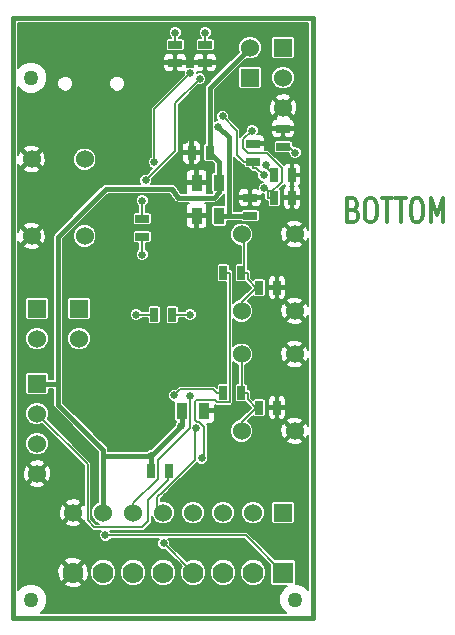
<source format=gbl>
G04 (created by PCBNEW-RS274X (2012-01-19 BZR 3256)-stable) date 9/30/2012 4:07:16 PM*
G01*
G70*
G90*
%MOIN*%
G04 Gerber Fmt 3.4, Leading zero omitted, Abs format*
%FSLAX34Y34*%
G04 APERTURE LIST*
%ADD10C,0.006000*%
%ADD11C,0.012000*%
%ADD12C,0.015000*%
%ADD13C,0.060000*%
%ADD14R,0.025000X0.045000*%
%ADD15R,0.045000X0.025000*%
%ADD16R,0.035000X0.055000*%
%ADD17R,0.060000X0.060000*%
%ADD18C,0.050000*%
%ADD19C,0.070000*%
%ADD20R,0.070000X0.070000*%
%ADD21C,0.025000*%
G04 APERTURE END LIST*
G54D10*
G54D11*
X71343Y-36405D02*
X71429Y-36443D01*
X71457Y-36481D01*
X71486Y-36557D01*
X71486Y-36671D01*
X71457Y-36748D01*
X71429Y-36786D01*
X71371Y-36824D01*
X71143Y-36824D01*
X71143Y-36024D01*
X71343Y-36024D01*
X71400Y-36062D01*
X71429Y-36100D01*
X71457Y-36176D01*
X71457Y-36252D01*
X71429Y-36329D01*
X71400Y-36367D01*
X71343Y-36405D01*
X71143Y-36405D01*
X71857Y-36024D02*
X71971Y-36024D01*
X72029Y-36062D01*
X72086Y-36138D01*
X72114Y-36290D01*
X72114Y-36557D01*
X72086Y-36710D01*
X72029Y-36786D01*
X71971Y-36824D01*
X71857Y-36824D01*
X71800Y-36786D01*
X71743Y-36710D01*
X71714Y-36557D01*
X71714Y-36290D01*
X71743Y-36138D01*
X71800Y-36062D01*
X71857Y-36024D01*
X72286Y-36024D02*
X72629Y-36024D01*
X72458Y-36824D02*
X72458Y-36024D01*
X72743Y-36024D02*
X73086Y-36024D01*
X72915Y-36824D02*
X72915Y-36024D01*
X73400Y-36024D02*
X73514Y-36024D01*
X73572Y-36062D01*
X73629Y-36138D01*
X73657Y-36290D01*
X73657Y-36557D01*
X73629Y-36710D01*
X73572Y-36786D01*
X73514Y-36824D01*
X73400Y-36824D01*
X73343Y-36786D01*
X73286Y-36710D01*
X73257Y-36557D01*
X73257Y-36290D01*
X73286Y-36138D01*
X73343Y-36062D01*
X73400Y-36024D01*
X73915Y-36824D02*
X73915Y-36024D01*
X74115Y-36595D01*
X74315Y-36024D01*
X74315Y-36824D01*
G54D12*
X60000Y-50000D02*
X70000Y-50000D01*
X60000Y-30000D02*
X60000Y-50000D01*
X70000Y-30000D02*
X60000Y-30000D01*
X70000Y-30000D02*
X70000Y-50000D01*
G54D13*
X67615Y-39780D03*
X67615Y-37220D03*
X69385Y-39780D03*
X69385Y-37220D03*
X62385Y-34720D03*
X62385Y-37280D03*
X60615Y-34720D03*
X60615Y-37280D03*
X67615Y-43780D03*
X67615Y-41220D03*
X69385Y-43780D03*
X69385Y-41220D03*
G54D14*
X65300Y-39900D03*
X64700Y-39900D03*
X67000Y-38500D03*
X67600Y-38500D03*
G54D15*
X66400Y-31500D03*
X66400Y-30900D03*
X65400Y-31500D03*
X65400Y-30900D03*
X64300Y-36700D03*
X64300Y-37300D03*
G54D14*
X64600Y-45100D03*
X65200Y-45100D03*
X67000Y-42500D03*
X67600Y-42500D03*
G54D15*
X69000Y-34300D03*
X69000Y-33700D03*
G54D16*
X65625Y-43100D03*
X66375Y-43100D03*
X66875Y-35500D03*
X66125Y-35500D03*
X66875Y-36600D03*
X66125Y-36600D03*
G54D13*
X63000Y-46500D03*
X64000Y-46500D03*
X62000Y-46500D03*
X65000Y-46500D03*
X66000Y-46500D03*
G54D17*
X69000Y-46500D03*
G54D13*
X68000Y-46500D03*
X67000Y-46500D03*
G54D17*
X69000Y-31000D03*
G54D13*
X69000Y-32000D03*
X69000Y-33000D03*
G54D17*
X62200Y-39700D03*
G54D13*
X62200Y-40700D03*
G54D17*
X60800Y-39700D03*
G54D13*
X60800Y-40700D03*
G54D17*
X67900Y-32000D03*
G54D13*
X67900Y-31000D03*
G54D14*
X68200Y-39000D03*
X68800Y-39000D03*
X68200Y-43000D03*
X68800Y-43000D03*
X66550Y-34500D03*
X65950Y-34500D03*
G54D15*
X67900Y-36600D03*
X67900Y-36000D03*
G54D14*
X68700Y-35250D03*
X69300Y-35250D03*
G54D15*
X68000Y-34800D03*
X68000Y-34200D03*
G54D14*
X68700Y-36000D03*
X69300Y-36000D03*
G54D13*
X60800Y-45200D03*
G54D17*
X60800Y-42200D03*
G54D13*
X60800Y-43200D03*
X60800Y-44200D03*
G54D18*
X60600Y-49400D03*
X60600Y-32000D03*
X69400Y-49400D03*
G54D19*
X63000Y-48500D03*
X64000Y-48500D03*
X62000Y-48500D03*
X65000Y-48500D03*
X66000Y-48500D03*
G54D20*
X69000Y-48500D03*
G54D19*
X68000Y-48500D03*
X67000Y-48500D03*
G54D21*
X66835Y-33631D03*
X63080Y-47250D03*
X65020Y-47520D03*
X63000Y-31000D03*
X63200Y-37000D03*
X65200Y-45950D03*
X66600Y-42100D03*
X62500Y-31500D03*
X62000Y-31000D03*
X65000Y-41000D03*
X64500Y-32000D03*
X65726Y-34095D03*
X62500Y-30500D03*
X64100Y-39900D03*
X65900Y-39900D03*
X64300Y-36100D03*
X66286Y-44687D03*
X69400Y-34500D03*
X68430Y-34897D03*
X65911Y-31852D03*
X64702Y-34819D03*
X68379Y-35679D03*
X67967Y-33764D03*
X65370Y-42591D03*
X65400Y-30500D03*
X66400Y-30500D03*
X64300Y-37900D03*
X64414Y-35425D03*
X66224Y-32041D03*
X68347Y-35255D03*
X66983Y-33290D03*
X64600Y-44600D03*
X65600Y-43600D03*
X66108Y-43690D03*
X65900Y-42612D03*
G54D12*
X67900Y-36600D02*
X67188Y-36600D01*
X66875Y-36600D02*
X67188Y-36600D01*
X66835Y-33631D02*
X67188Y-33984D01*
X67188Y-33984D02*
X67188Y-36600D01*
G54D10*
X67750Y-47250D02*
X63080Y-47250D01*
X69000Y-48500D02*
X67750Y-47250D01*
X66000Y-48500D02*
X65020Y-47520D01*
X64700Y-39900D02*
X64100Y-39900D01*
X65300Y-39900D02*
X65900Y-39900D01*
X64300Y-36700D02*
X64300Y-36100D01*
X66128Y-43469D02*
X66202Y-43469D01*
X66202Y-43469D02*
X66375Y-43642D01*
X66375Y-43642D02*
X66375Y-44598D01*
X67203Y-42819D02*
X66806Y-42819D01*
X66806Y-42819D02*
X66718Y-42731D01*
X66375Y-44598D02*
X66286Y-44687D01*
X67218Y-42804D02*
X67203Y-42819D01*
X66117Y-42731D02*
X66071Y-42777D01*
X67000Y-38500D02*
X67218Y-38500D01*
X66718Y-42731D02*
X66117Y-42731D01*
X67218Y-38500D02*
X67218Y-42804D01*
X66071Y-43412D02*
X66128Y-43469D01*
X66071Y-42777D02*
X66071Y-43412D01*
X69200Y-34300D02*
X69000Y-34300D01*
X69400Y-34500D02*
X69200Y-34300D01*
X68700Y-35250D02*
X68430Y-34980D01*
X68430Y-34980D02*
X68430Y-34897D01*
X64702Y-33061D02*
X64702Y-34819D01*
X65911Y-31852D02*
X64702Y-33061D01*
X68482Y-36000D02*
X68482Y-35782D01*
X68700Y-36000D02*
X68482Y-36000D01*
X68482Y-35782D02*
X68379Y-35679D01*
X68959Y-35473D02*
X68959Y-35017D01*
X67677Y-34358D02*
X67677Y-34040D01*
X67677Y-34040D02*
X67953Y-33764D01*
X68482Y-35782D02*
X68643Y-35782D01*
X68959Y-35017D02*
X68461Y-34519D01*
X68461Y-34519D02*
X67838Y-34519D01*
X67953Y-33764D02*
X67967Y-33764D01*
X68857Y-35568D02*
X68864Y-35568D01*
X68864Y-35568D02*
X68959Y-35473D01*
X67838Y-34519D02*
X67677Y-34358D01*
X68643Y-35782D02*
X68857Y-35568D01*
X66675Y-42393D02*
X65568Y-42393D01*
X67000Y-42500D02*
X66782Y-42500D01*
X65568Y-42393D02*
X65370Y-42591D01*
X66782Y-42500D02*
X66675Y-42393D01*
X65400Y-30500D02*
X65400Y-30900D01*
X66400Y-30900D02*
X66400Y-30500D01*
X64300Y-37300D02*
X64300Y-37900D01*
X67615Y-42406D02*
X67615Y-41220D01*
X67600Y-42500D02*
X67709Y-42500D01*
X67709Y-42500D02*
X67818Y-42500D01*
X67709Y-42500D02*
X67615Y-42406D01*
X68200Y-43000D02*
X68091Y-43000D01*
X67615Y-43476D02*
X67615Y-43780D01*
X68091Y-43000D02*
X67615Y-43476D01*
X68091Y-43000D02*
X67818Y-42727D01*
X67818Y-42727D02*
X67818Y-42500D01*
X68091Y-39000D02*
X67615Y-39476D01*
X67615Y-39476D02*
X67615Y-39780D01*
X67709Y-37314D02*
X67615Y-37220D01*
X68091Y-39000D02*
X67818Y-38727D01*
X68200Y-39000D02*
X68091Y-39000D01*
X67709Y-38500D02*
X67709Y-37314D01*
X67818Y-38727D02*
X67818Y-38500D01*
X67709Y-38500D02*
X67818Y-38500D01*
X67600Y-38500D02*
X67709Y-38500D01*
X62486Y-46760D02*
X62486Y-44886D01*
X64505Y-46778D02*
X64297Y-46986D01*
X60800Y-43200D02*
X62486Y-44886D01*
X62712Y-46986D02*
X62486Y-46760D01*
X65173Y-45418D02*
X65173Y-45127D01*
X64505Y-46086D02*
X64505Y-46778D01*
X65173Y-45127D02*
X65200Y-45100D01*
X64297Y-46986D02*
X62712Y-46986D01*
X65173Y-45418D02*
X64505Y-46086D01*
X65403Y-32862D02*
X66224Y-32041D01*
X64414Y-35425D02*
X65403Y-34436D01*
X65403Y-34436D02*
X65403Y-32862D01*
X68000Y-35018D02*
X68110Y-35018D01*
X68000Y-34909D02*
X68000Y-35018D01*
X67460Y-33767D02*
X66983Y-33290D01*
X68110Y-35018D02*
X68347Y-35255D01*
X68000Y-34800D02*
X67682Y-34800D01*
X67682Y-34800D02*
X67460Y-34578D01*
X68000Y-34800D02*
X68000Y-34909D01*
X67460Y-34578D02*
X67460Y-33767D01*
G54D12*
X66875Y-34825D02*
X66875Y-35500D01*
X66550Y-34500D02*
X66550Y-32350D01*
X66550Y-34500D02*
X66875Y-34825D01*
X63000Y-46500D02*
X63000Y-44600D01*
X60800Y-42200D02*
X61500Y-42200D01*
X64600Y-44600D02*
X63000Y-44600D01*
X66550Y-32350D02*
X67900Y-31000D01*
X65625Y-43575D02*
X65600Y-43600D01*
X64600Y-45100D02*
X64600Y-44600D01*
X61500Y-42900D02*
X61500Y-42200D01*
X61500Y-42900D02*
X63000Y-44400D01*
X63000Y-44600D02*
X63000Y-44400D01*
X64600Y-44600D02*
X65600Y-43600D01*
X66875Y-35500D02*
X66875Y-35825D01*
X66875Y-35825D02*
X66700Y-36000D01*
X65300Y-35700D02*
X63100Y-35700D01*
X63100Y-35700D02*
X61500Y-37300D01*
X65500Y-36000D02*
X65300Y-35700D01*
X66700Y-36000D02*
X65500Y-36000D01*
X61500Y-37300D02*
X61500Y-42200D01*
X65625Y-43100D02*
X65625Y-43575D01*
G54D10*
X64997Y-45797D02*
X64800Y-45994D01*
X64800Y-46300D02*
X65000Y-46500D01*
X64994Y-45800D02*
X64997Y-45797D01*
X64800Y-45994D02*
X64800Y-46300D01*
X66050Y-43748D02*
X66108Y-43690D01*
X65152Y-45641D02*
X66050Y-44743D01*
X66050Y-44743D02*
X66050Y-43748D01*
X65153Y-45641D02*
X65152Y-45641D01*
X64997Y-45797D02*
X65153Y-45641D01*
X65000Y-46500D02*
X64994Y-46494D01*
X64000Y-46182D02*
X64000Y-46500D01*
X64818Y-45364D02*
X64000Y-46182D01*
X64818Y-44738D02*
X64818Y-45364D01*
X65900Y-43591D02*
X65882Y-43609D01*
X65882Y-43674D02*
X64818Y-44738D01*
X65882Y-43609D02*
X65882Y-43674D01*
X65900Y-42612D02*
X65900Y-43591D01*
G36*
X69835Y-49085D02*
X69701Y-48951D01*
X69659Y-48933D01*
X69659Y-44117D01*
X69385Y-43844D01*
X69321Y-43907D01*
X69321Y-43780D01*
X69105Y-43563D01*
X69105Y-43261D01*
X69105Y-43189D01*
X69105Y-43090D01*
X69105Y-42910D01*
X69105Y-42811D01*
X69105Y-42739D01*
X69078Y-42673D01*
X69027Y-42622D01*
X68961Y-42595D01*
X68890Y-42595D01*
X68845Y-42640D01*
X68845Y-42955D01*
X69060Y-42955D01*
X69105Y-42910D01*
X69105Y-43090D01*
X69060Y-43045D01*
X68845Y-43045D01*
X68845Y-43360D01*
X68890Y-43405D01*
X68961Y-43405D01*
X69027Y-43378D01*
X69078Y-43327D01*
X69105Y-43261D01*
X69105Y-43563D01*
X69048Y-43506D01*
X68973Y-43536D01*
X68911Y-43713D01*
X68920Y-43900D01*
X68973Y-44024D01*
X69048Y-44054D01*
X69321Y-43780D01*
X69321Y-43907D01*
X69111Y-44117D01*
X69141Y-44192D01*
X69318Y-44254D01*
X69505Y-44245D01*
X69629Y-44192D01*
X69659Y-44117D01*
X69659Y-48933D01*
X69506Y-48870D01*
X69437Y-48870D01*
X69439Y-48867D01*
X69439Y-48832D01*
X69439Y-48132D01*
X69425Y-48099D01*
X69400Y-48074D01*
X69389Y-48069D01*
X69389Y-46817D01*
X69389Y-46782D01*
X69389Y-46182D01*
X69375Y-46149D01*
X69350Y-46124D01*
X69317Y-46111D01*
X69282Y-46111D01*
X68755Y-46111D01*
X68755Y-43360D01*
X68755Y-43045D01*
X68755Y-42955D01*
X68755Y-42640D01*
X68755Y-39360D01*
X68755Y-39045D01*
X68755Y-38955D01*
X68755Y-38640D01*
X68710Y-38595D01*
X68639Y-38595D01*
X68573Y-38622D01*
X68522Y-38673D01*
X68495Y-38739D01*
X68495Y-38811D01*
X68495Y-38910D01*
X68540Y-38955D01*
X68755Y-38955D01*
X68755Y-39045D01*
X68540Y-39045D01*
X68495Y-39090D01*
X68495Y-39189D01*
X68495Y-39261D01*
X68522Y-39327D01*
X68573Y-39378D01*
X68639Y-39405D01*
X68710Y-39405D01*
X68755Y-39360D01*
X68755Y-42640D01*
X68710Y-42595D01*
X68639Y-42595D01*
X68573Y-42622D01*
X68522Y-42673D01*
X68495Y-42739D01*
X68495Y-42811D01*
X68495Y-42910D01*
X68540Y-42955D01*
X68755Y-42955D01*
X68755Y-43045D01*
X68540Y-43045D01*
X68495Y-43090D01*
X68495Y-43189D01*
X68495Y-43261D01*
X68522Y-43327D01*
X68573Y-43378D01*
X68639Y-43405D01*
X68710Y-43405D01*
X68755Y-43360D01*
X68755Y-46111D01*
X68682Y-46111D01*
X68649Y-46125D01*
X68624Y-46150D01*
X68611Y-46183D01*
X68611Y-46218D01*
X68611Y-46818D01*
X68625Y-46851D01*
X68650Y-46876D01*
X68683Y-46889D01*
X68718Y-46889D01*
X69318Y-46889D01*
X69351Y-46875D01*
X69376Y-46850D01*
X69389Y-46817D01*
X69389Y-48069D01*
X69367Y-48061D01*
X69332Y-48061D01*
X68730Y-48061D01*
X68389Y-47719D01*
X68389Y-46578D01*
X68389Y-46423D01*
X68330Y-46280D01*
X68221Y-46170D01*
X68078Y-46111D01*
X67923Y-46111D01*
X67780Y-46170D01*
X67670Y-46279D01*
X67611Y-46422D01*
X67611Y-46577D01*
X67670Y-46720D01*
X67779Y-46830D01*
X67922Y-46889D01*
X68077Y-46889D01*
X68220Y-46830D01*
X68330Y-46721D01*
X68389Y-46578D01*
X68389Y-47719D01*
X67835Y-47165D01*
X67796Y-47139D01*
X67750Y-47130D01*
X67389Y-47130D01*
X67389Y-46578D01*
X67389Y-46423D01*
X67330Y-46280D01*
X67221Y-46170D01*
X67078Y-46111D01*
X66923Y-46111D01*
X66780Y-46170D01*
X66730Y-46219D01*
X66670Y-46279D01*
X66611Y-46422D01*
X66611Y-46577D01*
X66670Y-46720D01*
X66779Y-46830D01*
X66922Y-46889D01*
X67077Y-46889D01*
X67220Y-46830D01*
X67330Y-46721D01*
X67389Y-46578D01*
X67389Y-47130D01*
X66389Y-47130D01*
X66389Y-46578D01*
X66389Y-46423D01*
X66330Y-46280D01*
X66221Y-46170D01*
X66078Y-46111D01*
X65923Y-46111D01*
X65780Y-46170D01*
X65670Y-46279D01*
X65611Y-46422D01*
X65611Y-46577D01*
X65670Y-46720D01*
X65779Y-46830D01*
X65922Y-46889D01*
X66077Y-46889D01*
X66220Y-46830D01*
X66330Y-46721D01*
X66389Y-46578D01*
X66389Y-47130D01*
X63262Y-47130D01*
X63262Y-47128D01*
X63240Y-47106D01*
X64297Y-47106D01*
X64343Y-47097D01*
X64382Y-47071D01*
X64590Y-46863D01*
X64616Y-46824D01*
X64625Y-46778D01*
X64625Y-46610D01*
X64670Y-46720D01*
X64779Y-46830D01*
X64922Y-46889D01*
X65077Y-46889D01*
X65220Y-46830D01*
X65330Y-46721D01*
X65389Y-46578D01*
X65389Y-46423D01*
X65330Y-46280D01*
X65221Y-46170D01*
X65078Y-46111D01*
X64923Y-46111D01*
X64920Y-46112D01*
X64920Y-46043D01*
X65076Y-45886D01*
X65079Y-45885D01*
X65081Y-45882D01*
X65082Y-45882D01*
X65235Y-45727D01*
X65237Y-45726D01*
X65238Y-45726D01*
X65240Y-45723D01*
X66129Y-44834D01*
X66164Y-44869D01*
X66243Y-44902D01*
X66329Y-44902D01*
X66408Y-44869D01*
X66468Y-44809D01*
X66501Y-44730D01*
X66501Y-44644D01*
X66490Y-44619D01*
X66493Y-44608D01*
X66495Y-44599D01*
X66494Y-44598D01*
X66495Y-44598D01*
X66495Y-43642D01*
X66486Y-43596D01*
X66460Y-43557D01*
X66457Y-43555D01*
X66450Y-43547D01*
X66450Y-43540D01*
X66465Y-43555D01*
X66586Y-43555D01*
X66652Y-43528D01*
X66703Y-43477D01*
X66730Y-43411D01*
X66730Y-43339D01*
X66730Y-43190D01*
X66685Y-43145D01*
X66450Y-43145D01*
X66420Y-43145D01*
X66330Y-43145D01*
X66330Y-43055D01*
X66420Y-43055D01*
X66450Y-43055D01*
X66685Y-43055D01*
X66730Y-43010D01*
X66730Y-42910D01*
X66760Y-42930D01*
X66806Y-42939D01*
X67203Y-42939D01*
X67249Y-42930D01*
X67288Y-42904D01*
X67303Y-42889D01*
X67329Y-42850D01*
X67338Y-42804D01*
X67338Y-41493D01*
X67394Y-41550D01*
X67495Y-41591D01*
X67495Y-42186D01*
X67457Y-42186D01*
X67424Y-42200D01*
X67399Y-42225D01*
X67386Y-42258D01*
X67386Y-42293D01*
X67386Y-42743D01*
X67400Y-42776D01*
X67425Y-42801D01*
X67458Y-42814D01*
X67493Y-42814D01*
X67735Y-42814D01*
X67921Y-43000D01*
X67530Y-43391D01*
X67526Y-43395D01*
X67395Y-43450D01*
X67285Y-43559D01*
X67226Y-43702D01*
X67226Y-43857D01*
X67285Y-44000D01*
X67394Y-44110D01*
X67537Y-44169D01*
X67692Y-44169D01*
X67835Y-44110D01*
X67945Y-44001D01*
X68004Y-43858D01*
X68004Y-43703D01*
X67945Y-43560D01*
X67836Y-43450D01*
X67818Y-43442D01*
X67995Y-43265D01*
X68000Y-43276D01*
X68025Y-43301D01*
X68058Y-43314D01*
X68093Y-43314D01*
X68343Y-43314D01*
X68376Y-43300D01*
X68401Y-43275D01*
X68414Y-43242D01*
X68414Y-43207D01*
X68414Y-42757D01*
X68400Y-42724D01*
X68375Y-42699D01*
X68342Y-42686D01*
X68307Y-42686D01*
X68057Y-42686D01*
X68024Y-42700D01*
X67999Y-42725D01*
X67995Y-42734D01*
X67938Y-42677D01*
X67938Y-42500D01*
X67929Y-42454D01*
X67903Y-42415D01*
X67864Y-42389D01*
X67818Y-42380D01*
X67814Y-42380D01*
X67814Y-42257D01*
X67800Y-42224D01*
X67775Y-42199D01*
X67742Y-42186D01*
X67735Y-42186D01*
X67735Y-41591D01*
X67835Y-41550D01*
X67945Y-41441D01*
X68004Y-41298D01*
X68004Y-41143D01*
X67945Y-41000D01*
X67836Y-40890D01*
X67693Y-40831D01*
X67538Y-40831D01*
X67395Y-40890D01*
X67338Y-40946D01*
X67338Y-40053D01*
X67394Y-40110D01*
X67537Y-40169D01*
X67692Y-40169D01*
X67835Y-40110D01*
X67945Y-40001D01*
X68004Y-39858D01*
X68004Y-39703D01*
X67945Y-39560D01*
X67836Y-39450D01*
X67818Y-39442D01*
X67995Y-39265D01*
X68000Y-39276D01*
X68025Y-39301D01*
X68058Y-39314D01*
X68093Y-39314D01*
X68343Y-39314D01*
X68376Y-39300D01*
X68401Y-39275D01*
X68414Y-39242D01*
X68414Y-39207D01*
X68414Y-38757D01*
X68400Y-38724D01*
X68375Y-38699D01*
X68342Y-38686D01*
X68307Y-38686D01*
X68305Y-38686D01*
X68305Y-36161D01*
X68305Y-36090D01*
X68260Y-36045D01*
X67945Y-36045D01*
X67945Y-36260D01*
X67990Y-36305D01*
X68089Y-36305D01*
X68161Y-36305D01*
X68227Y-36278D01*
X68278Y-36227D01*
X68305Y-36161D01*
X68305Y-38686D01*
X68057Y-38686D01*
X68024Y-38700D01*
X67999Y-38725D01*
X67995Y-38734D01*
X67938Y-38677D01*
X67938Y-38500D01*
X67929Y-38454D01*
X67903Y-38415D01*
X67864Y-38389D01*
X67829Y-38382D01*
X67829Y-37552D01*
X67835Y-37550D01*
X67945Y-37441D01*
X68004Y-37298D01*
X68004Y-37143D01*
X67945Y-37000D01*
X67836Y-36890D01*
X67693Y-36831D01*
X67538Y-36831D01*
X67395Y-36890D01*
X67285Y-36999D01*
X67226Y-37142D01*
X67226Y-37297D01*
X67285Y-37440D01*
X67394Y-37550D01*
X67537Y-37609D01*
X67589Y-37609D01*
X67589Y-38186D01*
X67457Y-38186D01*
X67424Y-38200D01*
X67399Y-38225D01*
X67386Y-38258D01*
X67386Y-38293D01*
X67386Y-38743D01*
X67400Y-38776D01*
X67425Y-38801D01*
X67458Y-38814D01*
X67493Y-38814D01*
X67735Y-38814D01*
X67921Y-39000D01*
X67530Y-39391D01*
X67526Y-39395D01*
X67395Y-39450D01*
X67338Y-39506D01*
X67338Y-38500D01*
X67329Y-38454D01*
X67303Y-38415D01*
X67264Y-38389D01*
X67218Y-38380D01*
X67214Y-38380D01*
X67214Y-38257D01*
X67200Y-38224D01*
X67175Y-38199D01*
X67142Y-38186D01*
X67107Y-38186D01*
X66857Y-38186D01*
X66824Y-38200D01*
X66799Y-38225D01*
X66786Y-38258D01*
X66786Y-38293D01*
X66786Y-38743D01*
X66800Y-38776D01*
X66825Y-38801D01*
X66858Y-38814D01*
X66893Y-38814D01*
X67098Y-38814D01*
X67098Y-42186D01*
X66857Y-42186D01*
X66824Y-42200D01*
X66799Y-42225D01*
X66786Y-42258D01*
X66786Y-42293D01*
X66786Y-42334D01*
X66760Y-42308D01*
X66721Y-42282D01*
X66675Y-42273D01*
X66480Y-42273D01*
X66480Y-36911D01*
X66480Y-36839D01*
X66480Y-36690D01*
X66435Y-36645D01*
X66170Y-36645D01*
X66170Y-37010D01*
X66215Y-37055D01*
X66336Y-37055D01*
X66402Y-37028D01*
X66453Y-36977D01*
X66480Y-36911D01*
X66480Y-42273D01*
X66115Y-42273D01*
X66115Y-39943D01*
X66115Y-39857D01*
X66082Y-39778D01*
X66080Y-39776D01*
X66080Y-37010D01*
X66080Y-36645D01*
X65815Y-36645D01*
X65770Y-36690D01*
X65770Y-36839D01*
X65770Y-36911D01*
X65797Y-36977D01*
X65848Y-37028D01*
X65914Y-37055D01*
X66035Y-37055D01*
X66080Y-37010D01*
X66080Y-39776D01*
X66022Y-39718D01*
X65943Y-39685D01*
X65857Y-39685D01*
X65778Y-39718D01*
X65718Y-39778D01*
X65717Y-39780D01*
X65514Y-39780D01*
X65514Y-39657D01*
X65500Y-39624D01*
X65475Y-39599D01*
X65442Y-39586D01*
X65407Y-39586D01*
X65157Y-39586D01*
X65124Y-39600D01*
X65099Y-39625D01*
X65086Y-39658D01*
X65086Y-39693D01*
X65086Y-40143D01*
X65100Y-40176D01*
X65125Y-40201D01*
X65158Y-40214D01*
X65193Y-40214D01*
X65443Y-40214D01*
X65476Y-40200D01*
X65501Y-40175D01*
X65514Y-40142D01*
X65514Y-40107D01*
X65514Y-40020D01*
X65717Y-40020D01*
X65718Y-40022D01*
X65778Y-40082D01*
X65857Y-40115D01*
X65943Y-40115D01*
X66022Y-40082D01*
X66082Y-40022D01*
X66115Y-39943D01*
X66115Y-42273D01*
X65568Y-42273D01*
X65522Y-42282D01*
X65483Y-42308D01*
X65414Y-42376D01*
X65413Y-42376D01*
X65327Y-42376D01*
X65248Y-42409D01*
X65188Y-42469D01*
X65155Y-42548D01*
X65155Y-42634D01*
X65188Y-42713D01*
X65248Y-42773D01*
X65327Y-42806D01*
X65361Y-42806D01*
X65361Y-42808D01*
X65361Y-42843D01*
X65361Y-43393D01*
X65375Y-43426D01*
X65400Y-43451D01*
X65432Y-43463D01*
X65418Y-43478D01*
X65385Y-43557D01*
X65385Y-43581D01*
X64914Y-44052D01*
X64914Y-40142D01*
X64914Y-40107D01*
X64914Y-39657D01*
X64900Y-39624D01*
X64875Y-39599D01*
X64842Y-39586D01*
X64807Y-39586D01*
X64614Y-39586D01*
X64614Y-37442D01*
X64614Y-37407D01*
X64614Y-37157D01*
X64614Y-36842D01*
X64614Y-36807D01*
X64614Y-36557D01*
X64600Y-36524D01*
X64575Y-36499D01*
X64542Y-36486D01*
X64507Y-36486D01*
X64420Y-36486D01*
X64420Y-36282D01*
X64422Y-36282D01*
X64482Y-36222D01*
X64515Y-36143D01*
X64515Y-36057D01*
X64482Y-35978D01*
X64422Y-35918D01*
X64343Y-35885D01*
X64257Y-35885D01*
X64178Y-35918D01*
X64118Y-35978D01*
X64085Y-36057D01*
X64085Y-36143D01*
X64118Y-36222D01*
X64178Y-36282D01*
X64180Y-36282D01*
X64180Y-36486D01*
X64057Y-36486D01*
X64024Y-36500D01*
X63999Y-36525D01*
X63986Y-36558D01*
X63986Y-36593D01*
X63986Y-36843D01*
X64000Y-36876D01*
X64025Y-36901D01*
X64058Y-36914D01*
X64093Y-36914D01*
X64543Y-36914D01*
X64576Y-36900D01*
X64601Y-36875D01*
X64614Y-36842D01*
X64614Y-37157D01*
X64600Y-37124D01*
X64575Y-37099D01*
X64542Y-37086D01*
X64507Y-37086D01*
X64057Y-37086D01*
X64024Y-37100D01*
X63999Y-37125D01*
X63986Y-37158D01*
X63986Y-37193D01*
X63986Y-37443D01*
X64000Y-37476D01*
X64025Y-37501D01*
X64058Y-37514D01*
X64093Y-37514D01*
X64180Y-37514D01*
X64180Y-37717D01*
X64178Y-37718D01*
X64118Y-37778D01*
X64085Y-37857D01*
X64085Y-37943D01*
X64118Y-38022D01*
X64178Y-38082D01*
X64257Y-38115D01*
X64343Y-38115D01*
X64422Y-38082D01*
X64482Y-38022D01*
X64515Y-37943D01*
X64515Y-37857D01*
X64482Y-37778D01*
X64422Y-37718D01*
X64420Y-37717D01*
X64420Y-37514D01*
X64543Y-37514D01*
X64576Y-37500D01*
X64601Y-37475D01*
X64614Y-37442D01*
X64614Y-39586D01*
X64557Y-39586D01*
X64524Y-39600D01*
X64499Y-39625D01*
X64486Y-39658D01*
X64486Y-39693D01*
X64486Y-39780D01*
X64282Y-39780D01*
X64282Y-39778D01*
X64222Y-39718D01*
X64143Y-39685D01*
X64057Y-39685D01*
X63978Y-39718D01*
X63918Y-39778D01*
X63885Y-39857D01*
X63885Y-39943D01*
X63918Y-40022D01*
X63978Y-40082D01*
X64057Y-40115D01*
X64143Y-40115D01*
X64222Y-40082D01*
X64282Y-40022D01*
X64282Y-40020D01*
X64486Y-40020D01*
X64486Y-40143D01*
X64500Y-40176D01*
X64525Y-40201D01*
X64558Y-40214D01*
X64593Y-40214D01*
X64843Y-40214D01*
X64876Y-40200D01*
X64901Y-40175D01*
X64914Y-40142D01*
X64914Y-44052D01*
X64581Y-44385D01*
X64557Y-44385D01*
X64478Y-44418D01*
X64461Y-44435D01*
X63165Y-44435D01*
X63165Y-44400D01*
X63152Y-44337D01*
X63117Y-44283D01*
X63114Y-44281D01*
X62774Y-43940D01*
X62774Y-37358D01*
X62774Y-37203D01*
X62715Y-37060D01*
X62606Y-36950D01*
X62463Y-36891D01*
X62308Y-36891D01*
X62165Y-36950D01*
X62055Y-37059D01*
X61996Y-37202D01*
X61996Y-37357D01*
X62055Y-37500D01*
X62164Y-37610D01*
X62307Y-37669D01*
X62462Y-37669D01*
X62605Y-37610D01*
X62715Y-37501D01*
X62774Y-37358D01*
X62774Y-43940D01*
X62589Y-43755D01*
X62589Y-40778D01*
X62589Y-40623D01*
X62589Y-40017D01*
X62589Y-39982D01*
X62589Y-39382D01*
X62575Y-39349D01*
X62550Y-39324D01*
X62517Y-39311D01*
X62482Y-39311D01*
X61882Y-39311D01*
X61849Y-39325D01*
X61824Y-39350D01*
X61811Y-39383D01*
X61811Y-39418D01*
X61811Y-40018D01*
X61825Y-40051D01*
X61850Y-40076D01*
X61883Y-40089D01*
X61918Y-40089D01*
X62518Y-40089D01*
X62551Y-40075D01*
X62576Y-40050D01*
X62589Y-40017D01*
X62589Y-40623D01*
X62530Y-40480D01*
X62421Y-40370D01*
X62278Y-40311D01*
X62123Y-40311D01*
X61980Y-40370D01*
X61870Y-40479D01*
X61811Y-40622D01*
X61811Y-40777D01*
X61870Y-40920D01*
X61979Y-41030D01*
X62122Y-41089D01*
X62277Y-41089D01*
X62420Y-41030D01*
X62530Y-40921D01*
X62589Y-40778D01*
X62589Y-43755D01*
X61665Y-42831D01*
X61665Y-42200D01*
X61665Y-37368D01*
X63168Y-35865D01*
X65211Y-35865D01*
X65362Y-36091D01*
X65373Y-36102D01*
X65383Y-36117D01*
X65399Y-36127D01*
X65408Y-36136D01*
X65421Y-36141D01*
X65437Y-36152D01*
X65450Y-36154D01*
X65467Y-36162D01*
X65484Y-36161D01*
X65500Y-36165D01*
X65865Y-36165D01*
X65848Y-36172D01*
X65797Y-36223D01*
X65770Y-36289D01*
X65770Y-36361D01*
X65770Y-36510D01*
X65815Y-36555D01*
X66050Y-36555D01*
X66080Y-36555D01*
X66170Y-36555D01*
X66200Y-36555D01*
X66435Y-36555D01*
X66480Y-36510D01*
X66480Y-36361D01*
X66480Y-36289D01*
X66453Y-36223D01*
X66402Y-36172D01*
X66384Y-36165D01*
X66700Y-36165D01*
X66763Y-36152D01*
X66817Y-36117D01*
X66989Y-35943D01*
X66991Y-35942D01*
X66992Y-35942D01*
X67023Y-35894D01*
X67023Y-36236D01*
X66682Y-36236D01*
X66649Y-36250D01*
X66624Y-36275D01*
X66611Y-36308D01*
X66611Y-36343D01*
X66611Y-36893D01*
X66625Y-36926D01*
X66650Y-36951D01*
X66683Y-36964D01*
X66718Y-36964D01*
X67068Y-36964D01*
X67101Y-36950D01*
X67126Y-36925D01*
X67139Y-36892D01*
X67139Y-36857D01*
X67139Y-36765D01*
X67188Y-36765D01*
X67595Y-36765D01*
X67600Y-36776D01*
X67625Y-36801D01*
X67658Y-36814D01*
X67693Y-36814D01*
X68143Y-36814D01*
X68176Y-36800D01*
X68201Y-36775D01*
X68214Y-36742D01*
X68214Y-36707D01*
X68214Y-36457D01*
X68200Y-36424D01*
X68175Y-36399D01*
X68142Y-36386D01*
X68107Y-36386D01*
X67855Y-36386D01*
X67855Y-36260D01*
X67855Y-36045D01*
X67855Y-35955D01*
X67855Y-35740D01*
X67810Y-35695D01*
X67711Y-35695D01*
X67639Y-35695D01*
X67573Y-35722D01*
X67522Y-35773D01*
X67495Y-35839D01*
X67495Y-35910D01*
X67540Y-35955D01*
X67855Y-35955D01*
X67855Y-36045D01*
X67540Y-36045D01*
X67495Y-36090D01*
X67495Y-36161D01*
X67522Y-36227D01*
X67573Y-36278D01*
X67639Y-36305D01*
X67711Y-36305D01*
X67810Y-36305D01*
X67855Y-36260D01*
X67855Y-36386D01*
X67657Y-36386D01*
X67624Y-36400D01*
X67599Y-36425D01*
X67595Y-36435D01*
X67353Y-36435D01*
X67353Y-34630D01*
X67375Y-34663D01*
X67596Y-34884D01*
X67597Y-34885D01*
X67635Y-34910D01*
X67636Y-34911D01*
X67672Y-34918D01*
X67681Y-34920D01*
X67681Y-34919D01*
X67682Y-34920D01*
X67686Y-34920D01*
X67686Y-34943D01*
X67700Y-34976D01*
X67725Y-35001D01*
X67758Y-35014D01*
X67793Y-35014D01*
X67880Y-35014D01*
X67880Y-35018D01*
X67889Y-35064D01*
X67915Y-35103D01*
X67954Y-35129D01*
X68000Y-35138D01*
X68060Y-35138D01*
X68132Y-35210D01*
X68132Y-35212D01*
X68132Y-35298D01*
X68165Y-35377D01*
X68225Y-35437D01*
X68304Y-35470D01*
X68321Y-35470D01*
X68257Y-35497D01*
X68197Y-35557D01*
X68164Y-35636D01*
X68164Y-35696D01*
X68161Y-35695D01*
X68089Y-35695D01*
X67990Y-35695D01*
X67945Y-35740D01*
X67945Y-35955D01*
X68260Y-35955D01*
X68305Y-35910D01*
X68305Y-35881D01*
X68336Y-35894D01*
X68362Y-35894D01*
X68362Y-36000D01*
X68371Y-36046D01*
X68397Y-36085D01*
X68436Y-36111D01*
X68482Y-36120D01*
X68486Y-36120D01*
X68486Y-36243D01*
X68500Y-36276D01*
X68525Y-36301D01*
X68558Y-36314D01*
X68593Y-36314D01*
X68843Y-36314D01*
X68876Y-36300D01*
X68901Y-36275D01*
X68914Y-36242D01*
X68914Y-36207D01*
X68914Y-35757D01*
X68900Y-35724D01*
X68885Y-35709D01*
X68925Y-35668D01*
X68949Y-35653D01*
X69023Y-35578D01*
X69070Y-35625D01*
X69022Y-35673D01*
X68995Y-35739D01*
X68995Y-35811D01*
X68995Y-35910D01*
X69040Y-35955D01*
X69255Y-35955D01*
X69255Y-35640D01*
X69240Y-35625D01*
X69255Y-35610D01*
X69255Y-35325D01*
X69255Y-35295D01*
X69255Y-35205D01*
X69255Y-35175D01*
X69255Y-34890D01*
X69210Y-34845D01*
X69139Y-34845D01*
X69073Y-34872D01*
X69028Y-34916D01*
X68546Y-34434D01*
X68507Y-34408D01*
X68461Y-34399D01*
X68389Y-34399D01*
X68405Y-34361D01*
X68405Y-34290D01*
X68360Y-34245D01*
X68075Y-34245D01*
X68045Y-34245D01*
X67955Y-34245D01*
X67955Y-34155D01*
X68045Y-34155D01*
X68075Y-34155D01*
X68360Y-34155D01*
X68405Y-34110D01*
X68405Y-34039D01*
X68378Y-33973D01*
X68327Y-33922D01*
X68289Y-33906D01*
X68289Y-32317D01*
X68289Y-32282D01*
X68289Y-31682D01*
X68275Y-31649D01*
X68250Y-31624D01*
X68217Y-31611D01*
X68182Y-31611D01*
X67582Y-31611D01*
X67549Y-31625D01*
X67524Y-31650D01*
X67511Y-31683D01*
X67511Y-31718D01*
X67511Y-32318D01*
X67525Y-32351D01*
X67550Y-32376D01*
X67583Y-32389D01*
X67618Y-32389D01*
X68218Y-32389D01*
X68251Y-32375D01*
X68276Y-32350D01*
X68289Y-32317D01*
X68289Y-33906D01*
X68261Y-33895D01*
X68189Y-33895D01*
X68140Y-33895D01*
X68149Y-33886D01*
X68182Y-33807D01*
X68182Y-33721D01*
X68149Y-33642D01*
X68089Y-33582D01*
X68010Y-33549D01*
X67924Y-33549D01*
X67845Y-33582D01*
X67785Y-33642D01*
X67752Y-33721D01*
X67752Y-33795D01*
X67592Y-33955D01*
X67580Y-33973D01*
X67580Y-33767D01*
X67571Y-33721D01*
X67545Y-33682D01*
X67542Y-33680D01*
X67197Y-33334D01*
X67198Y-33333D01*
X67198Y-33247D01*
X67165Y-33168D01*
X67105Y-33108D01*
X67026Y-33075D01*
X66940Y-33075D01*
X66861Y-33108D01*
X66801Y-33168D01*
X66768Y-33247D01*
X66768Y-33333D01*
X66801Y-33412D01*
X66805Y-33416D01*
X66792Y-33416D01*
X66715Y-33448D01*
X66715Y-32419D01*
X67767Y-31366D01*
X67822Y-31389D01*
X67977Y-31389D01*
X68120Y-31330D01*
X68230Y-31221D01*
X68289Y-31078D01*
X68289Y-30923D01*
X68230Y-30780D01*
X68121Y-30670D01*
X67978Y-30611D01*
X67823Y-30611D01*
X67680Y-30670D01*
X67570Y-30779D01*
X67511Y-30922D01*
X67511Y-31077D01*
X67533Y-31132D01*
X66805Y-31860D01*
X66805Y-31661D01*
X66805Y-31590D01*
X66805Y-31410D01*
X66805Y-31339D01*
X66778Y-31273D01*
X66727Y-31222D01*
X66714Y-31216D01*
X66714Y-31042D01*
X66714Y-31007D01*
X66714Y-30757D01*
X66700Y-30724D01*
X66675Y-30699D01*
X66642Y-30686D01*
X66607Y-30686D01*
X66520Y-30686D01*
X66520Y-30682D01*
X66522Y-30682D01*
X66582Y-30622D01*
X66615Y-30543D01*
X66615Y-30457D01*
X66582Y-30378D01*
X66522Y-30318D01*
X66443Y-30285D01*
X66357Y-30285D01*
X66278Y-30318D01*
X66218Y-30378D01*
X66185Y-30457D01*
X66185Y-30543D01*
X66218Y-30622D01*
X66278Y-30682D01*
X66280Y-30682D01*
X66280Y-30686D01*
X66157Y-30686D01*
X66124Y-30700D01*
X66099Y-30725D01*
X66086Y-30758D01*
X66086Y-30793D01*
X66086Y-31043D01*
X66100Y-31076D01*
X66125Y-31101D01*
X66158Y-31114D01*
X66193Y-31114D01*
X66643Y-31114D01*
X66676Y-31100D01*
X66701Y-31075D01*
X66714Y-31042D01*
X66714Y-31216D01*
X66661Y-31195D01*
X66589Y-31195D01*
X66490Y-31195D01*
X66445Y-31240D01*
X66445Y-31455D01*
X66760Y-31455D01*
X66805Y-31410D01*
X66805Y-31590D01*
X66760Y-31545D01*
X66445Y-31545D01*
X66445Y-31760D01*
X66490Y-31805D01*
X66589Y-31805D01*
X66661Y-31805D01*
X66727Y-31778D01*
X66778Y-31727D01*
X66805Y-31661D01*
X66805Y-31860D01*
X66433Y-32233D01*
X66398Y-32287D01*
X66385Y-32350D01*
X66385Y-34195D01*
X66374Y-34200D01*
X66349Y-34225D01*
X66336Y-34258D01*
X66336Y-34293D01*
X66336Y-34743D01*
X66350Y-34776D01*
X66375Y-34801D01*
X66408Y-34814D01*
X66443Y-34814D01*
X66630Y-34814D01*
X66710Y-34893D01*
X66710Y-35136D01*
X66682Y-35136D01*
X66649Y-35150D01*
X66624Y-35175D01*
X66611Y-35208D01*
X66611Y-35243D01*
X66611Y-35793D01*
X66625Y-35826D01*
X66632Y-35833D01*
X66631Y-35835D01*
X66470Y-35835D01*
X66480Y-35811D01*
X66480Y-35739D01*
X66480Y-35590D01*
X66480Y-35410D01*
X66480Y-35261D01*
X66480Y-35189D01*
X66453Y-35123D01*
X66402Y-35072D01*
X66336Y-35045D01*
X66255Y-35045D01*
X66255Y-34761D01*
X66255Y-34689D01*
X66255Y-34590D01*
X66255Y-34410D01*
X66255Y-34311D01*
X66255Y-34239D01*
X66228Y-34173D01*
X66177Y-34122D01*
X66111Y-34095D01*
X66040Y-34095D01*
X65995Y-34140D01*
X65995Y-34455D01*
X66210Y-34455D01*
X66255Y-34410D01*
X66255Y-34590D01*
X66210Y-34545D01*
X65995Y-34545D01*
X65995Y-34860D01*
X66040Y-34905D01*
X66111Y-34905D01*
X66177Y-34878D01*
X66228Y-34827D01*
X66255Y-34761D01*
X66255Y-35045D01*
X66215Y-35045D01*
X66170Y-35090D01*
X66170Y-35455D01*
X66435Y-35455D01*
X66480Y-35410D01*
X66480Y-35590D01*
X66435Y-35545D01*
X66200Y-35545D01*
X66170Y-35545D01*
X66080Y-35545D01*
X66080Y-35455D01*
X66080Y-35090D01*
X66035Y-35045D01*
X65914Y-35045D01*
X65905Y-35048D01*
X65905Y-34860D01*
X65905Y-34545D01*
X65905Y-34455D01*
X65905Y-34140D01*
X65860Y-34095D01*
X65789Y-34095D01*
X65723Y-34122D01*
X65672Y-34173D01*
X65645Y-34239D01*
X65645Y-34311D01*
X65645Y-34410D01*
X65690Y-34455D01*
X65905Y-34455D01*
X65905Y-34545D01*
X65690Y-34545D01*
X65645Y-34590D01*
X65645Y-34689D01*
X65645Y-34761D01*
X65672Y-34827D01*
X65723Y-34878D01*
X65789Y-34905D01*
X65860Y-34905D01*
X65905Y-34860D01*
X65905Y-35048D01*
X65848Y-35072D01*
X65797Y-35123D01*
X65770Y-35189D01*
X65770Y-35261D01*
X65770Y-35410D01*
X65815Y-35455D01*
X66080Y-35455D01*
X66080Y-35545D01*
X66050Y-35545D01*
X65815Y-35545D01*
X65770Y-35590D01*
X65770Y-35739D01*
X65770Y-35811D01*
X65779Y-35835D01*
X65588Y-35835D01*
X65437Y-35608D01*
X65426Y-35597D01*
X65417Y-35583D01*
X65402Y-35573D01*
X65392Y-35563D01*
X65375Y-35556D01*
X65363Y-35548D01*
X65349Y-35545D01*
X65332Y-35538D01*
X65315Y-35538D01*
X65300Y-35535D01*
X64601Y-35535D01*
X64629Y-35468D01*
X64629Y-35382D01*
X64628Y-35380D01*
X65485Y-34522D01*
X65487Y-34521D01*
X65488Y-34521D01*
X65514Y-34482D01*
X65523Y-34436D01*
X65523Y-32912D01*
X66179Y-32255D01*
X66181Y-32256D01*
X66267Y-32256D01*
X66346Y-32223D01*
X66406Y-32163D01*
X66439Y-32084D01*
X66439Y-31998D01*
X66406Y-31919D01*
X66346Y-31859D01*
X66267Y-31826D01*
X66181Y-31826D01*
X66126Y-31848D01*
X66126Y-31809D01*
X66121Y-31797D01*
X66139Y-31805D01*
X66211Y-31805D01*
X66310Y-31805D01*
X66355Y-31760D01*
X66355Y-31545D01*
X66355Y-31455D01*
X66355Y-31240D01*
X66310Y-31195D01*
X66211Y-31195D01*
X66139Y-31195D01*
X66073Y-31222D01*
X66022Y-31273D01*
X65995Y-31339D01*
X65995Y-31410D01*
X66040Y-31455D01*
X66355Y-31455D01*
X66355Y-31545D01*
X66040Y-31545D01*
X65995Y-31590D01*
X65995Y-31654D01*
X65954Y-31637D01*
X65868Y-31637D01*
X65805Y-31661D01*
X65805Y-31590D01*
X65805Y-31410D01*
X65805Y-31339D01*
X65778Y-31273D01*
X65727Y-31222D01*
X65714Y-31216D01*
X65714Y-31042D01*
X65714Y-31007D01*
X65714Y-30757D01*
X65700Y-30724D01*
X65675Y-30699D01*
X65642Y-30686D01*
X65607Y-30686D01*
X65520Y-30686D01*
X65520Y-30682D01*
X65522Y-30682D01*
X65582Y-30622D01*
X65615Y-30543D01*
X65615Y-30457D01*
X65582Y-30378D01*
X65522Y-30318D01*
X65443Y-30285D01*
X65357Y-30285D01*
X65278Y-30318D01*
X65218Y-30378D01*
X65185Y-30457D01*
X65185Y-30543D01*
X65218Y-30622D01*
X65278Y-30682D01*
X65280Y-30682D01*
X65280Y-30686D01*
X65157Y-30686D01*
X65124Y-30700D01*
X65099Y-30725D01*
X65086Y-30758D01*
X65086Y-30793D01*
X65086Y-31043D01*
X65100Y-31076D01*
X65125Y-31101D01*
X65158Y-31114D01*
X65193Y-31114D01*
X65643Y-31114D01*
X65676Y-31100D01*
X65701Y-31075D01*
X65714Y-31042D01*
X65714Y-31216D01*
X65661Y-31195D01*
X65589Y-31195D01*
X65490Y-31195D01*
X65445Y-31240D01*
X65445Y-31455D01*
X65760Y-31455D01*
X65805Y-31410D01*
X65805Y-31590D01*
X65760Y-31545D01*
X65445Y-31545D01*
X65445Y-31760D01*
X65490Y-31805D01*
X65589Y-31805D01*
X65661Y-31805D01*
X65705Y-31786D01*
X65696Y-31809D01*
X65696Y-31895D01*
X65696Y-31897D01*
X65355Y-32238D01*
X65355Y-31760D01*
X65355Y-31545D01*
X65355Y-31455D01*
X65355Y-31240D01*
X65310Y-31195D01*
X65211Y-31195D01*
X65139Y-31195D01*
X65073Y-31222D01*
X65022Y-31273D01*
X64995Y-31339D01*
X64995Y-31410D01*
X65040Y-31455D01*
X65355Y-31455D01*
X65355Y-31545D01*
X65040Y-31545D01*
X64995Y-31590D01*
X64995Y-31661D01*
X65022Y-31727D01*
X65073Y-31778D01*
X65139Y-31805D01*
X65211Y-31805D01*
X65310Y-31805D01*
X65355Y-31760D01*
X65355Y-32238D01*
X64617Y-32976D01*
X64591Y-33015D01*
X64582Y-33061D01*
X64582Y-34636D01*
X64580Y-34637D01*
X64520Y-34697D01*
X64487Y-34776D01*
X64487Y-34862D01*
X64520Y-34941D01*
X64580Y-35001D01*
X64642Y-35027D01*
X64458Y-35210D01*
X64457Y-35210D01*
X64371Y-35210D01*
X64292Y-35243D01*
X64232Y-35303D01*
X64199Y-35382D01*
X64199Y-35468D01*
X64226Y-35535D01*
X63730Y-35535D01*
X63730Y-32253D01*
X63730Y-32148D01*
X63690Y-32051D01*
X63616Y-31976D01*
X63518Y-31935D01*
X63413Y-31935D01*
X63316Y-31975D01*
X63241Y-32049D01*
X63200Y-32147D01*
X63200Y-32252D01*
X63240Y-32349D01*
X63314Y-32424D01*
X63412Y-32465D01*
X63517Y-32465D01*
X63614Y-32425D01*
X63689Y-32351D01*
X63730Y-32253D01*
X63730Y-35535D01*
X63100Y-35535D01*
X63099Y-35535D01*
X63037Y-35548D01*
X62983Y-35583D01*
X62981Y-35585D01*
X62774Y-35792D01*
X62774Y-34798D01*
X62774Y-34643D01*
X62715Y-34500D01*
X62606Y-34390D01*
X62463Y-34331D01*
X62308Y-34331D01*
X62165Y-34390D01*
X62055Y-34499D01*
X62000Y-34632D01*
X62000Y-32253D01*
X62000Y-32148D01*
X61960Y-32051D01*
X61886Y-31976D01*
X61788Y-31935D01*
X61683Y-31935D01*
X61586Y-31975D01*
X61511Y-32049D01*
X61470Y-32147D01*
X61470Y-32252D01*
X61510Y-32349D01*
X61584Y-32424D01*
X61682Y-32465D01*
X61787Y-32465D01*
X61884Y-32425D01*
X61959Y-32351D01*
X62000Y-32253D01*
X62000Y-34632D01*
X61996Y-34642D01*
X61996Y-34797D01*
X62055Y-34940D01*
X62164Y-35050D01*
X62307Y-35109D01*
X62462Y-35109D01*
X62605Y-35050D01*
X62715Y-34941D01*
X62774Y-34798D01*
X62774Y-35792D01*
X61383Y-37183D01*
X61348Y-37237D01*
X61335Y-37300D01*
X61335Y-42035D01*
X61189Y-42035D01*
X61189Y-41882D01*
X61189Y-40778D01*
X61189Y-40623D01*
X61189Y-40017D01*
X61189Y-39982D01*
X61189Y-39382D01*
X61175Y-39349D01*
X61150Y-39324D01*
X61117Y-39311D01*
X61089Y-39311D01*
X61089Y-37347D01*
X61089Y-34787D01*
X61080Y-34600D01*
X61027Y-34476D01*
X60952Y-34446D01*
X60889Y-34509D01*
X60889Y-34383D01*
X60859Y-34308D01*
X60682Y-34246D01*
X60495Y-34255D01*
X60371Y-34308D01*
X60341Y-34383D01*
X60615Y-34656D01*
X60889Y-34383D01*
X60889Y-34509D01*
X60679Y-34720D01*
X60952Y-34994D01*
X61027Y-34964D01*
X61089Y-34787D01*
X61089Y-37347D01*
X61080Y-37160D01*
X61027Y-37036D01*
X60952Y-37006D01*
X60889Y-37069D01*
X60889Y-36943D01*
X60889Y-35057D01*
X60615Y-34784D01*
X60341Y-35057D01*
X60371Y-35132D01*
X60548Y-35194D01*
X60735Y-35185D01*
X60859Y-35132D01*
X60889Y-35057D01*
X60889Y-36943D01*
X60859Y-36868D01*
X60682Y-36806D01*
X60495Y-36815D01*
X60371Y-36868D01*
X60341Y-36943D01*
X60615Y-37216D01*
X60889Y-36943D01*
X60889Y-37069D01*
X60679Y-37280D01*
X60952Y-37554D01*
X61027Y-37524D01*
X61089Y-37347D01*
X61089Y-39311D01*
X61082Y-39311D01*
X60889Y-39311D01*
X60889Y-37617D01*
X60615Y-37344D01*
X60341Y-37617D01*
X60371Y-37692D01*
X60548Y-37754D01*
X60735Y-37745D01*
X60859Y-37692D01*
X60889Y-37617D01*
X60889Y-39311D01*
X60482Y-39311D01*
X60449Y-39325D01*
X60424Y-39350D01*
X60411Y-39383D01*
X60411Y-39418D01*
X60411Y-40018D01*
X60425Y-40051D01*
X60450Y-40076D01*
X60483Y-40089D01*
X60518Y-40089D01*
X61118Y-40089D01*
X61151Y-40075D01*
X61176Y-40050D01*
X61189Y-40017D01*
X61189Y-40623D01*
X61130Y-40480D01*
X61021Y-40370D01*
X60878Y-40311D01*
X60723Y-40311D01*
X60580Y-40370D01*
X60470Y-40479D01*
X60411Y-40622D01*
X60411Y-40777D01*
X60470Y-40920D01*
X60579Y-41030D01*
X60722Y-41089D01*
X60877Y-41089D01*
X61020Y-41030D01*
X61130Y-40921D01*
X61189Y-40778D01*
X61189Y-41882D01*
X61175Y-41849D01*
X61150Y-41824D01*
X61117Y-41811D01*
X61082Y-41811D01*
X60482Y-41811D01*
X60449Y-41825D01*
X60424Y-41850D01*
X60411Y-41883D01*
X60411Y-41918D01*
X60411Y-42518D01*
X60425Y-42551D01*
X60450Y-42576D01*
X60483Y-42589D01*
X60518Y-42589D01*
X61118Y-42589D01*
X61151Y-42575D01*
X61176Y-42550D01*
X61189Y-42517D01*
X61189Y-42482D01*
X61189Y-42365D01*
X61335Y-42365D01*
X61335Y-42900D01*
X61348Y-42963D01*
X61383Y-43017D01*
X62835Y-44468D01*
X62835Y-44600D01*
X62835Y-46147D01*
X62780Y-46170D01*
X62670Y-46279D01*
X62611Y-46422D01*
X62611Y-46577D01*
X62670Y-46720D01*
X62779Y-46830D01*
X62866Y-46866D01*
X62761Y-46866D01*
X62606Y-46710D01*
X62606Y-44886D01*
X62597Y-44840D01*
X62571Y-44801D01*
X61147Y-43377D01*
X61189Y-43278D01*
X61189Y-43123D01*
X61130Y-42980D01*
X61021Y-42870D01*
X60878Y-42811D01*
X60723Y-42811D01*
X60580Y-42870D01*
X60470Y-42979D01*
X60411Y-43122D01*
X60411Y-43277D01*
X60470Y-43420D01*
X60579Y-43530D01*
X60722Y-43589D01*
X60877Y-43589D01*
X60977Y-43547D01*
X62366Y-44936D01*
X62366Y-46237D01*
X62337Y-46226D01*
X62274Y-46289D01*
X62274Y-46163D01*
X62244Y-46088D01*
X62067Y-46026D01*
X61880Y-46035D01*
X61756Y-46088D01*
X61726Y-46163D01*
X62000Y-46436D01*
X62274Y-46163D01*
X62274Y-46289D01*
X62064Y-46500D01*
X62337Y-46774D01*
X62366Y-46762D01*
X62375Y-46806D01*
X62401Y-46845D01*
X62625Y-47068D01*
X62627Y-47071D01*
X62666Y-47097D01*
X62712Y-47106D01*
X62920Y-47106D01*
X62898Y-47128D01*
X62865Y-47207D01*
X62865Y-47293D01*
X62898Y-47372D01*
X62958Y-47432D01*
X63037Y-47465D01*
X63123Y-47465D01*
X63202Y-47432D01*
X63262Y-47372D01*
X63262Y-47370D01*
X64866Y-47370D01*
X64838Y-47398D01*
X64805Y-47477D01*
X64805Y-47563D01*
X64838Y-47642D01*
X64898Y-47702D01*
X64977Y-47735D01*
X65063Y-47735D01*
X65064Y-47734D01*
X65614Y-48284D01*
X65561Y-48412D01*
X65561Y-48587D01*
X65628Y-48748D01*
X65751Y-48872D01*
X65912Y-48939D01*
X66087Y-48939D01*
X66248Y-48872D01*
X66372Y-48749D01*
X66439Y-48588D01*
X66439Y-48413D01*
X66372Y-48252D01*
X66249Y-48128D01*
X66088Y-48061D01*
X65913Y-48061D01*
X65784Y-48114D01*
X65234Y-47564D01*
X65235Y-47563D01*
X65235Y-47477D01*
X65202Y-47398D01*
X65174Y-47370D01*
X67700Y-47370D01*
X68561Y-48230D01*
X68561Y-48868D01*
X68575Y-48901D01*
X68600Y-48926D01*
X68633Y-48939D01*
X68668Y-48939D01*
X69128Y-48939D01*
X69100Y-48951D01*
X68951Y-49099D01*
X68870Y-49294D01*
X68870Y-49505D01*
X68951Y-49700D01*
X69085Y-49835D01*
X68439Y-49835D01*
X68439Y-48588D01*
X68439Y-48413D01*
X68372Y-48252D01*
X68249Y-48128D01*
X68088Y-48061D01*
X67913Y-48061D01*
X67752Y-48128D01*
X67628Y-48251D01*
X67561Y-48412D01*
X67561Y-48587D01*
X67628Y-48748D01*
X67751Y-48872D01*
X67912Y-48939D01*
X68087Y-48939D01*
X68248Y-48872D01*
X68372Y-48749D01*
X68439Y-48588D01*
X68439Y-49835D01*
X67439Y-49835D01*
X67439Y-48588D01*
X67439Y-48413D01*
X67372Y-48252D01*
X67249Y-48128D01*
X67088Y-48061D01*
X66913Y-48061D01*
X66752Y-48128D01*
X66628Y-48251D01*
X66561Y-48412D01*
X66561Y-48587D01*
X66628Y-48748D01*
X66751Y-48872D01*
X66912Y-48939D01*
X67087Y-48939D01*
X67248Y-48872D01*
X67372Y-48749D01*
X67439Y-48588D01*
X67439Y-49835D01*
X65439Y-49835D01*
X65439Y-48588D01*
X65439Y-48413D01*
X65372Y-48252D01*
X65249Y-48128D01*
X65088Y-48061D01*
X64913Y-48061D01*
X64752Y-48128D01*
X64628Y-48251D01*
X64561Y-48412D01*
X64561Y-48587D01*
X64628Y-48748D01*
X64751Y-48872D01*
X64912Y-48939D01*
X65087Y-48939D01*
X65248Y-48872D01*
X65372Y-48749D01*
X65439Y-48588D01*
X65439Y-49835D01*
X64439Y-49835D01*
X64439Y-48588D01*
X64439Y-48413D01*
X64372Y-48252D01*
X64249Y-48128D01*
X64088Y-48061D01*
X63913Y-48061D01*
X63752Y-48128D01*
X63628Y-48251D01*
X63561Y-48412D01*
X63561Y-48587D01*
X63628Y-48748D01*
X63751Y-48872D01*
X63912Y-48939D01*
X64087Y-48939D01*
X64248Y-48872D01*
X64372Y-48749D01*
X64439Y-48588D01*
X64439Y-49835D01*
X63439Y-49835D01*
X63439Y-48588D01*
X63439Y-48413D01*
X63372Y-48252D01*
X63249Y-48128D01*
X63088Y-48061D01*
X62913Y-48061D01*
X62752Y-48128D01*
X62628Y-48251D01*
X62561Y-48412D01*
X62561Y-48587D01*
X62628Y-48748D01*
X62751Y-48872D01*
X62912Y-48939D01*
X63087Y-48939D01*
X63248Y-48872D01*
X63372Y-48749D01*
X63439Y-48588D01*
X63439Y-49835D01*
X62523Y-49835D01*
X62523Y-48579D01*
X62513Y-48373D01*
X62453Y-48226D01*
X62373Y-48191D01*
X62309Y-48255D01*
X62309Y-48127D01*
X62274Y-48047D01*
X62274Y-46837D01*
X62000Y-46564D01*
X61936Y-46627D01*
X61936Y-46500D01*
X61663Y-46226D01*
X61588Y-46256D01*
X61526Y-46433D01*
X61535Y-46620D01*
X61588Y-46744D01*
X61663Y-46774D01*
X61936Y-46500D01*
X61936Y-46627D01*
X61726Y-46837D01*
X61756Y-46912D01*
X61933Y-46974D01*
X62120Y-46965D01*
X62244Y-46912D01*
X62274Y-46837D01*
X62274Y-48047D01*
X62079Y-47977D01*
X61873Y-47987D01*
X61726Y-48047D01*
X61691Y-48127D01*
X62000Y-48436D01*
X62309Y-48127D01*
X62309Y-48255D01*
X62064Y-48500D01*
X62373Y-48809D01*
X62453Y-48774D01*
X62523Y-48579D01*
X62523Y-49835D01*
X62309Y-49835D01*
X62309Y-48873D01*
X62000Y-48564D01*
X61936Y-48628D01*
X61936Y-48500D01*
X61627Y-48191D01*
X61547Y-48226D01*
X61477Y-48421D01*
X61487Y-48627D01*
X61547Y-48774D01*
X61627Y-48809D01*
X61936Y-48500D01*
X61936Y-48628D01*
X61691Y-48873D01*
X61726Y-48953D01*
X61921Y-49023D01*
X62127Y-49013D01*
X62274Y-48953D01*
X62309Y-48873D01*
X62309Y-49835D01*
X61274Y-49835D01*
X61274Y-45267D01*
X61265Y-45080D01*
X61212Y-44956D01*
X61189Y-44946D01*
X61189Y-44278D01*
X61189Y-44123D01*
X61130Y-43980D01*
X61021Y-43870D01*
X60878Y-43811D01*
X60723Y-43811D01*
X60580Y-43870D01*
X60470Y-43979D01*
X60411Y-44122D01*
X60411Y-44277D01*
X60470Y-44420D01*
X60579Y-44530D01*
X60722Y-44589D01*
X60877Y-44589D01*
X61020Y-44530D01*
X61130Y-44421D01*
X61189Y-44278D01*
X61189Y-44946D01*
X61137Y-44926D01*
X61074Y-44989D01*
X61074Y-44863D01*
X61044Y-44788D01*
X60867Y-44726D01*
X60680Y-44735D01*
X60556Y-44788D01*
X60526Y-44863D01*
X60800Y-45136D01*
X61074Y-44863D01*
X61074Y-44989D01*
X60864Y-45200D01*
X61137Y-45474D01*
X61212Y-45444D01*
X61274Y-45267D01*
X61274Y-49835D01*
X60914Y-49835D01*
X61049Y-49701D01*
X61130Y-49506D01*
X61130Y-49295D01*
X61074Y-49160D01*
X61074Y-45537D01*
X60800Y-45264D01*
X60736Y-45327D01*
X60736Y-45200D01*
X60463Y-44926D01*
X60388Y-44956D01*
X60326Y-45133D01*
X60335Y-45320D01*
X60388Y-45444D01*
X60463Y-45474D01*
X60736Y-45200D01*
X60736Y-45327D01*
X60526Y-45537D01*
X60556Y-45612D01*
X60733Y-45674D01*
X60920Y-45665D01*
X61044Y-45612D01*
X61074Y-45537D01*
X61074Y-49160D01*
X61049Y-49100D01*
X60901Y-48951D01*
X60706Y-48870D01*
X60495Y-48870D01*
X60300Y-48951D01*
X60165Y-49085D01*
X60165Y-37435D01*
X60203Y-37524D01*
X60278Y-37554D01*
X60551Y-37280D01*
X60278Y-37006D01*
X60203Y-37036D01*
X60165Y-37144D01*
X60165Y-34875D01*
X60203Y-34964D01*
X60278Y-34994D01*
X60551Y-34720D01*
X60278Y-34446D01*
X60203Y-34476D01*
X60165Y-34584D01*
X60165Y-32314D01*
X60299Y-32449D01*
X60494Y-32530D01*
X60705Y-32530D01*
X60900Y-32449D01*
X61049Y-32301D01*
X61130Y-32106D01*
X61130Y-31895D01*
X61049Y-31700D01*
X60901Y-31551D01*
X60706Y-31470D01*
X60495Y-31470D01*
X60300Y-31551D01*
X60165Y-31685D01*
X60165Y-30165D01*
X69835Y-30165D01*
X69835Y-37064D01*
X69797Y-36976D01*
X69722Y-36946D01*
X69659Y-37009D01*
X69659Y-36883D01*
X69629Y-36808D01*
X69615Y-36803D01*
X69615Y-34543D01*
X69615Y-34457D01*
X69582Y-34378D01*
X69522Y-34318D01*
X69474Y-34297D01*
X69474Y-33067D01*
X69465Y-32880D01*
X69412Y-32756D01*
X69389Y-32746D01*
X69389Y-32078D01*
X69389Y-31923D01*
X69389Y-31317D01*
X69389Y-31282D01*
X69389Y-30682D01*
X69375Y-30649D01*
X69350Y-30624D01*
X69317Y-30611D01*
X69282Y-30611D01*
X68682Y-30611D01*
X68649Y-30625D01*
X68624Y-30650D01*
X68611Y-30683D01*
X68611Y-30718D01*
X68611Y-31318D01*
X68625Y-31351D01*
X68650Y-31376D01*
X68683Y-31389D01*
X68718Y-31389D01*
X69318Y-31389D01*
X69351Y-31375D01*
X69376Y-31350D01*
X69389Y-31317D01*
X69389Y-31923D01*
X69330Y-31780D01*
X69221Y-31670D01*
X69078Y-31611D01*
X68923Y-31611D01*
X68780Y-31670D01*
X68670Y-31779D01*
X68611Y-31922D01*
X68611Y-32077D01*
X68670Y-32220D01*
X68779Y-32330D01*
X68922Y-32389D01*
X69077Y-32389D01*
X69220Y-32330D01*
X69330Y-32221D01*
X69389Y-32078D01*
X69389Y-32746D01*
X69337Y-32726D01*
X69274Y-32789D01*
X69274Y-32663D01*
X69244Y-32588D01*
X69067Y-32526D01*
X68880Y-32535D01*
X68756Y-32588D01*
X68726Y-32663D01*
X69000Y-32936D01*
X69274Y-32663D01*
X69274Y-32789D01*
X69064Y-33000D01*
X69337Y-33274D01*
X69412Y-33244D01*
X69474Y-33067D01*
X69474Y-34297D01*
X69443Y-34285D01*
X69405Y-34285D01*
X69405Y-33861D01*
X69405Y-33790D01*
X69405Y-33610D01*
X69405Y-33539D01*
X69378Y-33473D01*
X69327Y-33422D01*
X69261Y-33395D01*
X69250Y-33395D01*
X69274Y-33337D01*
X69000Y-33064D01*
X68936Y-33127D01*
X68936Y-33000D01*
X68663Y-32726D01*
X68588Y-32756D01*
X68526Y-32933D01*
X68535Y-33120D01*
X68588Y-33244D01*
X68663Y-33274D01*
X68936Y-33000D01*
X68936Y-33127D01*
X68726Y-33337D01*
X68749Y-33395D01*
X68739Y-33395D01*
X68673Y-33422D01*
X68622Y-33473D01*
X68595Y-33539D01*
X68595Y-33610D01*
X68640Y-33655D01*
X68925Y-33655D01*
X68955Y-33655D01*
X69045Y-33655D01*
X69075Y-33655D01*
X69360Y-33655D01*
X69405Y-33610D01*
X69405Y-33790D01*
X69360Y-33745D01*
X69045Y-33745D01*
X69045Y-33960D01*
X69090Y-34005D01*
X69189Y-34005D01*
X69261Y-34005D01*
X69327Y-33978D01*
X69378Y-33927D01*
X69405Y-33861D01*
X69405Y-34285D01*
X69357Y-34285D01*
X69355Y-34285D01*
X69314Y-34244D01*
X69314Y-34157D01*
X69300Y-34124D01*
X69275Y-34099D01*
X69242Y-34086D01*
X69207Y-34086D01*
X68955Y-34086D01*
X68955Y-33960D01*
X68955Y-33745D01*
X68640Y-33745D01*
X68595Y-33790D01*
X68595Y-33861D01*
X68622Y-33927D01*
X68673Y-33978D01*
X68739Y-34005D01*
X68811Y-34005D01*
X68910Y-34005D01*
X68955Y-33960D01*
X68955Y-34086D01*
X68757Y-34086D01*
X68724Y-34100D01*
X68699Y-34125D01*
X68686Y-34158D01*
X68686Y-34193D01*
X68686Y-34443D01*
X68700Y-34476D01*
X68725Y-34501D01*
X68758Y-34514D01*
X68793Y-34514D01*
X69185Y-34514D01*
X69185Y-34543D01*
X69218Y-34622D01*
X69278Y-34682D01*
X69357Y-34715D01*
X69443Y-34715D01*
X69522Y-34682D01*
X69582Y-34622D01*
X69615Y-34543D01*
X69615Y-36803D01*
X69605Y-36799D01*
X69605Y-36261D01*
X69605Y-36189D01*
X69605Y-36090D01*
X69605Y-35910D01*
X69605Y-35811D01*
X69605Y-35739D01*
X69578Y-35673D01*
X69530Y-35625D01*
X69578Y-35577D01*
X69605Y-35511D01*
X69605Y-35439D01*
X69605Y-35340D01*
X69605Y-35160D01*
X69605Y-35061D01*
X69605Y-34989D01*
X69578Y-34923D01*
X69527Y-34872D01*
X69461Y-34845D01*
X69390Y-34845D01*
X69345Y-34890D01*
X69345Y-35205D01*
X69560Y-35205D01*
X69605Y-35160D01*
X69605Y-35340D01*
X69560Y-35295D01*
X69345Y-35295D01*
X69345Y-35610D01*
X69360Y-35625D01*
X69345Y-35640D01*
X69345Y-35955D01*
X69560Y-35955D01*
X69605Y-35910D01*
X69605Y-36090D01*
X69560Y-36045D01*
X69345Y-36045D01*
X69345Y-36360D01*
X69390Y-36405D01*
X69461Y-36405D01*
X69527Y-36378D01*
X69578Y-36327D01*
X69605Y-36261D01*
X69605Y-36799D01*
X69452Y-36746D01*
X69265Y-36755D01*
X69255Y-36759D01*
X69255Y-36360D01*
X69255Y-36045D01*
X69040Y-36045D01*
X68995Y-36090D01*
X68995Y-36189D01*
X68995Y-36261D01*
X69022Y-36327D01*
X69073Y-36378D01*
X69139Y-36405D01*
X69210Y-36405D01*
X69255Y-36360D01*
X69255Y-36759D01*
X69141Y-36808D01*
X69111Y-36883D01*
X69385Y-37156D01*
X69659Y-36883D01*
X69659Y-37009D01*
X69449Y-37220D01*
X69722Y-37494D01*
X69797Y-37464D01*
X69835Y-37355D01*
X69835Y-39624D01*
X69797Y-39536D01*
X69722Y-39506D01*
X69659Y-39569D01*
X69659Y-39443D01*
X69659Y-37557D01*
X69385Y-37284D01*
X69321Y-37347D01*
X69321Y-37220D01*
X69048Y-36946D01*
X68973Y-36976D01*
X68911Y-37153D01*
X68920Y-37340D01*
X68973Y-37464D01*
X69048Y-37494D01*
X69321Y-37220D01*
X69321Y-37347D01*
X69111Y-37557D01*
X69141Y-37632D01*
X69318Y-37694D01*
X69505Y-37685D01*
X69629Y-37632D01*
X69659Y-37557D01*
X69659Y-39443D01*
X69629Y-39368D01*
X69452Y-39306D01*
X69265Y-39315D01*
X69141Y-39368D01*
X69111Y-39443D01*
X69385Y-39716D01*
X69659Y-39443D01*
X69659Y-39569D01*
X69449Y-39780D01*
X69722Y-40054D01*
X69797Y-40024D01*
X69835Y-39915D01*
X69835Y-41064D01*
X69797Y-40976D01*
X69722Y-40946D01*
X69659Y-41009D01*
X69659Y-40883D01*
X69659Y-40117D01*
X69385Y-39844D01*
X69321Y-39907D01*
X69321Y-39780D01*
X69105Y-39563D01*
X69105Y-39261D01*
X69105Y-39189D01*
X69105Y-39090D01*
X69105Y-38910D01*
X69105Y-38811D01*
X69105Y-38739D01*
X69078Y-38673D01*
X69027Y-38622D01*
X68961Y-38595D01*
X68890Y-38595D01*
X68845Y-38640D01*
X68845Y-38955D01*
X69060Y-38955D01*
X69105Y-38910D01*
X69105Y-39090D01*
X69060Y-39045D01*
X68845Y-39045D01*
X68845Y-39360D01*
X68890Y-39405D01*
X68961Y-39405D01*
X69027Y-39378D01*
X69078Y-39327D01*
X69105Y-39261D01*
X69105Y-39563D01*
X69048Y-39506D01*
X68973Y-39536D01*
X68911Y-39713D01*
X68920Y-39900D01*
X68973Y-40024D01*
X69048Y-40054D01*
X69321Y-39780D01*
X69321Y-39907D01*
X69111Y-40117D01*
X69141Y-40192D01*
X69318Y-40254D01*
X69505Y-40245D01*
X69629Y-40192D01*
X69659Y-40117D01*
X69659Y-40883D01*
X69629Y-40808D01*
X69452Y-40746D01*
X69265Y-40755D01*
X69141Y-40808D01*
X69111Y-40883D01*
X69385Y-41156D01*
X69659Y-40883D01*
X69659Y-41009D01*
X69449Y-41220D01*
X69722Y-41494D01*
X69797Y-41464D01*
X69835Y-41355D01*
X69835Y-43624D01*
X69797Y-43536D01*
X69722Y-43506D01*
X69659Y-43569D01*
X69659Y-43443D01*
X69659Y-41557D01*
X69385Y-41284D01*
X69321Y-41347D01*
X69321Y-41220D01*
X69048Y-40946D01*
X68973Y-40976D01*
X68911Y-41153D01*
X68920Y-41340D01*
X68973Y-41464D01*
X69048Y-41494D01*
X69321Y-41220D01*
X69321Y-41347D01*
X69111Y-41557D01*
X69141Y-41632D01*
X69318Y-41694D01*
X69505Y-41685D01*
X69629Y-41632D01*
X69659Y-41557D01*
X69659Y-43443D01*
X69629Y-43368D01*
X69452Y-43306D01*
X69265Y-43315D01*
X69141Y-43368D01*
X69111Y-43443D01*
X69385Y-43716D01*
X69659Y-43443D01*
X69659Y-43569D01*
X69449Y-43780D01*
X69722Y-44054D01*
X69797Y-44024D01*
X69835Y-43915D01*
X69835Y-49085D01*
X69835Y-49085D01*
G37*
X69835Y-49085D02*
X69701Y-48951D01*
X69659Y-48933D01*
X69659Y-44117D01*
X69385Y-43844D01*
X69321Y-43907D01*
X69321Y-43780D01*
X69105Y-43563D01*
X69105Y-43261D01*
X69105Y-43189D01*
X69105Y-43090D01*
X69105Y-42910D01*
X69105Y-42811D01*
X69105Y-42739D01*
X69078Y-42673D01*
X69027Y-42622D01*
X68961Y-42595D01*
X68890Y-42595D01*
X68845Y-42640D01*
X68845Y-42955D01*
X69060Y-42955D01*
X69105Y-42910D01*
X69105Y-43090D01*
X69060Y-43045D01*
X68845Y-43045D01*
X68845Y-43360D01*
X68890Y-43405D01*
X68961Y-43405D01*
X69027Y-43378D01*
X69078Y-43327D01*
X69105Y-43261D01*
X69105Y-43563D01*
X69048Y-43506D01*
X68973Y-43536D01*
X68911Y-43713D01*
X68920Y-43900D01*
X68973Y-44024D01*
X69048Y-44054D01*
X69321Y-43780D01*
X69321Y-43907D01*
X69111Y-44117D01*
X69141Y-44192D01*
X69318Y-44254D01*
X69505Y-44245D01*
X69629Y-44192D01*
X69659Y-44117D01*
X69659Y-48933D01*
X69506Y-48870D01*
X69437Y-48870D01*
X69439Y-48867D01*
X69439Y-48832D01*
X69439Y-48132D01*
X69425Y-48099D01*
X69400Y-48074D01*
X69389Y-48069D01*
X69389Y-46817D01*
X69389Y-46782D01*
X69389Y-46182D01*
X69375Y-46149D01*
X69350Y-46124D01*
X69317Y-46111D01*
X69282Y-46111D01*
X68755Y-46111D01*
X68755Y-43360D01*
X68755Y-43045D01*
X68755Y-42955D01*
X68755Y-42640D01*
X68755Y-39360D01*
X68755Y-39045D01*
X68755Y-38955D01*
X68755Y-38640D01*
X68710Y-38595D01*
X68639Y-38595D01*
X68573Y-38622D01*
X68522Y-38673D01*
X68495Y-38739D01*
X68495Y-38811D01*
X68495Y-38910D01*
X68540Y-38955D01*
X68755Y-38955D01*
X68755Y-39045D01*
X68540Y-39045D01*
X68495Y-39090D01*
X68495Y-39189D01*
X68495Y-39261D01*
X68522Y-39327D01*
X68573Y-39378D01*
X68639Y-39405D01*
X68710Y-39405D01*
X68755Y-39360D01*
X68755Y-42640D01*
X68710Y-42595D01*
X68639Y-42595D01*
X68573Y-42622D01*
X68522Y-42673D01*
X68495Y-42739D01*
X68495Y-42811D01*
X68495Y-42910D01*
X68540Y-42955D01*
X68755Y-42955D01*
X68755Y-43045D01*
X68540Y-43045D01*
X68495Y-43090D01*
X68495Y-43189D01*
X68495Y-43261D01*
X68522Y-43327D01*
X68573Y-43378D01*
X68639Y-43405D01*
X68710Y-43405D01*
X68755Y-43360D01*
X68755Y-46111D01*
X68682Y-46111D01*
X68649Y-46125D01*
X68624Y-46150D01*
X68611Y-46183D01*
X68611Y-46218D01*
X68611Y-46818D01*
X68625Y-46851D01*
X68650Y-46876D01*
X68683Y-46889D01*
X68718Y-46889D01*
X69318Y-46889D01*
X69351Y-46875D01*
X69376Y-46850D01*
X69389Y-46817D01*
X69389Y-48069D01*
X69367Y-48061D01*
X69332Y-48061D01*
X68730Y-48061D01*
X68389Y-47719D01*
X68389Y-46578D01*
X68389Y-46423D01*
X68330Y-46280D01*
X68221Y-46170D01*
X68078Y-46111D01*
X67923Y-46111D01*
X67780Y-46170D01*
X67670Y-46279D01*
X67611Y-46422D01*
X67611Y-46577D01*
X67670Y-46720D01*
X67779Y-46830D01*
X67922Y-46889D01*
X68077Y-46889D01*
X68220Y-46830D01*
X68330Y-46721D01*
X68389Y-46578D01*
X68389Y-47719D01*
X67835Y-47165D01*
X67796Y-47139D01*
X67750Y-47130D01*
X67389Y-47130D01*
X67389Y-46578D01*
X67389Y-46423D01*
X67330Y-46280D01*
X67221Y-46170D01*
X67078Y-46111D01*
X66923Y-46111D01*
X66780Y-46170D01*
X66730Y-46219D01*
X66670Y-46279D01*
X66611Y-46422D01*
X66611Y-46577D01*
X66670Y-46720D01*
X66779Y-46830D01*
X66922Y-46889D01*
X67077Y-46889D01*
X67220Y-46830D01*
X67330Y-46721D01*
X67389Y-46578D01*
X67389Y-47130D01*
X66389Y-47130D01*
X66389Y-46578D01*
X66389Y-46423D01*
X66330Y-46280D01*
X66221Y-46170D01*
X66078Y-46111D01*
X65923Y-46111D01*
X65780Y-46170D01*
X65670Y-46279D01*
X65611Y-46422D01*
X65611Y-46577D01*
X65670Y-46720D01*
X65779Y-46830D01*
X65922Y-46889D01*
X66077Y-46889D01*
X66220Y-46830D01*
X66330Y-46721D01*
X66389Y-46578D01*
X66389Y-47130D01*
X63262Y-47130D01*
X63262Y-47128D01*
X63240Y-47106D01*
X64297Y-47106D01*
X64343Y-47097D01*
X64382Y-47071D01*
X64590Y-46863D01*
X64616Y-46824D01*
X64625Y-46778D01*
X64625Y-46610D01*
X64670Y-46720D01*
X64779Y-46830D01*
X64922Y-46889D01*
X65077Y-46889D01*
X65220Y-46830D01*
X65330Y-46721D01*
X65389Y-46578D01*
X65389Y-46423D01*
X65330Y-46280D01*
X65221Y-46170D01*
X65078Y-46111D01*
X64923Y-46111D01*
X64920Y-46112D01*
X64920Y-46043D01*
X65076Y-45886D01*
X65079Y-45885D01*
X65081Y-45882D01*
X65082Y-45882D01*
X65235Y-45727D01*
X65237Y-45726D01*
X65238Y-45726D01*
X65240Y-45723D01*
X66129Y-44834D01*
X66164Y-44869D01*
X66243Y-44902D01*
X66329Y-44902D01*
X66408Y-44869D01*
X66468Y-44809D01*
X66501Y-44730D01*
X66501Y-44644D01*
X66490Y-44619D01*
X66493Y-44608D01*
X66495Y-44599D01*
X66494Y-44598D01*
X66495Y-44598D01*
X66495Y-43642D01*
X66486Y-43596D01*
X66460Y-43557D01*
X66457Y-43555D01*
X66450Y-43547D01*
X66450Y-43540D01*
X66465Y-43555D01*
X66586Y-43555D01*
X66652Y-43528D01*
X66703Y-43477D01*
X66730Y-43411D01*
X66730Y-43339D01*
X66730Y-43190D01*
X66685Y-43145D01*
X66450Y-43145D01*
X66420Y-43145D01*
X66330Y-43145D01*
X66330Y-43055D01*
X66420Y-43055D01*
X66450Y-43055D01*
X66685Y-43055D01*
X66730Y-43010D01*
X66730Y-42910D01*
X66760Y-42930D01*
X66806Y-42939D01*
X67203Y-42939D01*
X67249Y-42930D01*
X67288Y-42904D01*
X67303Y-42889D01*
X67329Y-42850D01*
X67338Y-42804D01*
X67338Y-41493D01*
X67394Y-41550D01*
X67495Y-41591D01*
X67495Y-42186D01*
X67457Y-42186D01*
X67424Y-42200D01*
X67399Y-42225D01*
X67386Y-42258D01*
X67386Y-42293D01*
X67386Y-42743D01*
X67400Y-42776D01*
X67425Y-42801D01*
X67458Y-42814D01*
X67493Y-42814D01*
X67735Y-42814D01*
X67921Y-43000D01*
X67530Y-43391D01*
X67526Y-43395D01*
X67395Y-43450D01*
X67285Y-43559D01*
X67226Y-43702D01*
X67226Y-43857D01*
X67285Y-44000D01*
X67394Y-44110D01*
X67537Y-44169D01*
X67692Y-44169D01*
X67835Y-44110D01*
X67945Y-44001D01*
X68004Y-43858D01*
X68004Y-43703D01*
X67945Y-43560D01*
X67836Y-43450D01*
X67818Y-43442D01*
X67995Y-43265D01*
X68000Y-43276D01*
X68025Y-43301D01*
X68058Y-43314D01*
X68093Y-43314D01*
X68343Y-43314D01*
X68376Y-43300D01*
X68401Y-43275D01*
X68414Y-43242D01*
X68414Y-43207D01*
X68414Y-42757D01*
X68400Y-42724D01*
X68375Y-42699D01*
X68342Y-42686D01*
X68307Y-42686D01*
X68057Y-42686D01*
X68024Y-42700D01*
X67999Y-42725D01*
X67995Y-42734D01*
X67938Y-42677D01*
X67938Y-42500D01*
X67929Y-42454D01*
X67903Y-42415D01*
X67864Y-42389D01*
X67818Y-42380D01*
X67814Y-42380D01*
X67814Y-42257D01*
X67800Y-42224D01*
X67775Y-42199D01*
X67742Y-42186D01*
X67735Y-42186D01*
X67735Y-41591D01*
X67835Y-41550D01*
X67945Y-41441D01*
X68004Y-41298D01*
X68004Y-41143D01*
X67945Y-41000D01*
X67836Y-40890D01*
X67693Y-40831D01*
X67538Y-40831D01*
X67395Y-40890D01*
X67338Y-40946D01*
X67338Y-40053D01*
X67394Y-40110D01*
X67537Y-40169D01*
X67692Y-40169D01*
X67835Y-40110D01*
X67945Y-40001D01*
X68004Y-39858D01*
X68004Y-39703D01*
X67945Y-39560D01*
X67836Y-39450D01*
X67818Y-39442D01*
X67995Y-39265D01*
X68000Y-39276D01*
X68025Y-39301D01*
X68058Y-39314D01*
X68093Y-39314D01*
X68343Y-39314D01*
X68376Y-39300D01*
X68401Y-39275D01*
X68414Y-39242D01*
X68414Y-39207D01*
X68414Y-38757D01*
X68400Y-38724D01*
X68375Y-38699D01*
X68342Y-38686D01*
X68307Y-38686D01*
X68305Y-38686D01*
X68305Y-36161D01*
X68305Y-36090D01*
X68260Y-36045D01*
X67945Y-36045D01*
X67945Y-36260D01*
X67990Y-36305D01*
X68089Y-36305D01*
X68161Y-36305D01*
X68227Y-36278D01*
X68278Y-36227D01*
X68305Y-36161D01*
X68305Y-38686D01*
X68057Y-38686D01*
X68024Y-38700D01*
X67999Y-38725D01*
X67995Y-38734D01*
X67938Y-38677D01*
X67938Y-38500D01*
X67929Y-38454D01*
X67903Y-38415D01*
X67864Y-38389D01*
X67829Y-38382D01*
X67829Y-37552D01*
X67835Y-37550D01*
X67945Y-37441D01*
X68004Y-37298D01*
X68004Y-37143D01*
X67945Y-37000D01*
X67836Y-36890D01*
X67693Y-36831D01*
X67538Y-36831D01*
X67395Y-36890D01*
X67285Y-36999D01*
X67226Y-37142D01*
X67226Y-37297D01*
X67285Y-37440D01*
X67394Y-37550D01*
X67537Y-37609D01*
X67589Y-37609D01*
X67589Y-38186D01*
X67457Y-38186D01*
X67424Y-38200D01*
X67399Y-38225D01*
X67386Y-38258D01*
X67386Y-38293D01*
X67386Y-38743D01*
X67400Y-38776D01*
X67425Y-38801D01*
X67458Y-38814D01*
X67493Y-38814D01*
X67735Y-38814D01*
X67921Y-39000D01*
X67530Y-39391D01*
X67526Y-39395D01*
X67395Y-39450D01*
X67338Y-39506D01*
X67338Y-38500D01*
X67329Y-38454D01*
X67303Y-38415D01*
X67264Y-38389D01*
X67218Y-38380D01*
X67214Y-38380D01*
X67214Y-38257D01*
X67200Y-38224D01*
X67175Y-38199D01*
X67142Y-38186D01*
X67107Y-38186D01*
X66857Y-38186D01*
X66824Y-38200D01*
X66799Y-38225D01*
X66786Y-38258D01*
X66786Y-38293D01*
X66786Y-38743D01*
X66800Y-38776D01*
X66825Y-38801D01*
X66858Y-38814D01*
X66893Y-38814D01*
X67098Y-38814D01*
X67098Y-42186D01*
X66857Y-42186D01*
X66824Y-42200D01*
X66799Y-42225D01*
X66786Y-42258D01*
X66786Y-42293D01*
X66786Y-42334D01*
X66760Y-42308D01*
X66721Y-42282D01*
X66675Y-42273D01*
X66480Y-42273D01*
X66480Y-36911D01*
X66480Y-36839D01*
X66480Y-36690D01*
X66435Y-36645D01*
X66170Y-36645D01*
X66170Y-37010D01*
X66215Y-37055D01*
X66336Y-37055D01*
X66402Y-37028D01*
X66453Y-36977D01*
X66480Y-36911D01*
X66480Y-42273D01*
X66115Y-42273D01*
X66115Y-39943D01*
X66115Y-39857D01*
X66082Y-39778D01*
X66080Y-39776D01*
X66080Y-37010D01*
X66080Y-36645D01*
X65815Y-36645D01*
X65770Y-36690D01*
X65770Y-36839D01*
X65770Y-36911D01*
X65797Y-36977D01*
X65848Y-37028D01*
X65914Y-37055D01*
X66035Y-37055D01*
X66080Y-37010D01*
X66080Y-39776D01*
X66022Y-39718D01*
X65943Y-39685D01*
X65857Y-39685D01*
X65778Y-39718D01*
X65718Y-39778D01*
X65717Y-39780D01*
X65514Y-39780D01*
X65514Y-39657D01*
X65500Y-39624D01*
X65475Y-39599D01*
X65442Y-39586D01*
X65407Y-39586D01*
X65157Y-39586D01*
X65124Y-39600D01*
X65099Y-39625D01*
X65086Y-39658D01*
X65086Y-39693D01*
X65086Y-40143D01*
X65100Y-40176D01*
X65125Y-40201D01*
X65158Y-40214D01*
X65193Y-40214D01*
X65443Y-40214D01*
X65476Y-40200D01*
X65501Y-40175D01*
X65514Y-40142D01*
X65514Y-40107D01*
X65514Y-40020D01*
X65717Y-40020D01*
X65718Y-40022D01*
X65778Y-40082D01*
X65857Y-40115D01*
X65943Y-40115D01*
X66022Y-40082D01*
X66082Y-40022D01*
X66115Y-39943D01*
X66115Y-42273D01*
X65568Y-42273D01*
X65522Y-42282D01*
X65483Y-42308D01*
X65414Y-42376D01*
X65413Y-42376D01*
X65327Y-42376D01*
X65248Y-42409D01*
X65188Y-42469D01*
X65155Y-42548D01*
X65155Y-42634D01*
X65188Y-42713D01*
X65248Y-42773D01*
X65327Y-42806D01*
X65361Y-42806D01*
X65361Y-42808D01*
X65361Y-42843D01*
X65361Y-43393D01*
X65375Y-43426D01*
X65400Y-43451D01*
X65432Y-43463D01*
X65418Y-43478D01*
X65385Y-43557D01*
X65385Y-43581D01*
X64914Y-44052D01*
X64914Y-40142D01*
X64914Y-40107D01*
X64914Y-39657D01*
X64900Y-39624D01*
X64875Y-39599D01*
X64842Y-39586D01*
X64807Y-39586D01*
X64614Y-39586D01*
X64614Y-37442D01*
X64614Y-37407D01*
X64614Y-37157D01*
X64614Y-36842D01*
X64614Y-36807D01*
X64614Y-36557D01*
X64600Y-36524D01*
X64575Y-36499D01*
X64542Y-36486D01*
X64507Y-36486D01*
X64420Y-36486D01*
X64420Y-36282D01*
X64422Y-36282D01*
X64482Y-36222D01*
X64515Y-36143D01*
X64515Y-36057D01*
X64482Y-35978D01*
X64422Y-35918D01*
X64343Y-35885D01*
X64257Y-35885D01*
X64178Y-35918D01*
X64118Y-35978D01*
X64085Y-36057D01*
X64085Y-36143D01*
X64118Y-36222D01*
X64178Y-36282D01*
X64180Y-36282D01*
X64180Y-36486D01*
X64057Y-36486D01*
X64024Y-36500D01*
X63999Y-36525D01*
X63986Y-36558D01*
X63986Y-36593D01*
X63986Y-36843D01*
X64000Y-36876D01*
X64025Y-36901D01*
X64058Y-36914D01*
X64093Y-36914D01*
X64543Y-36914D01*
X64576Y-36900D01*
X64601Y-36875D01*
X64614Y-36842D01*
X64614Y-37157D01*
X64600Y-37124D01*
X64575Y-37099D01*
X64542Y-37086D01*
X64507Y-37086D01*
X64057Y-37086D01*
X64024Y-37100D01*
X63999Y-37125D01*
X63986Y-37158D01*
X63986Y-37193D01*
X63986Y-37443D01*
X64000Y-37476D01*
X64025Y-37501D01*
X64058Y-37514D01*
X64093Y-37514D01*
X64180Y-37514D01*
X64180Y-37717D01*
X64178Y-37718D01*
X64118Y-37778D01*
X64085Y-37857D01*
X64085Y-37943D01*
X64118Y-38022D01*
X64178Y-38082D01*
X64257Y-38115D01*
X64343Y-38115D01*
X64422Y-38082D01*
X64482Y-38022D01*
X64515Y-37943D01*
X64515Y-37857D01*
X64482Y-37778D01*
X64422Y-37718D01*
X64420Y-37717D01*
X64420Y-37514D01*
X64543Y-37514D01*
X64576Y-37500D01*
X64601Y-37475D01*
X64614Y-37442D01*
X64614Y-39586D01*
X64557Y-39586D01*
X64524Y-39600D01*
X64499Y-39625D01*
X64486Y-39658D01*
X64486Y-39693D01*
X64486Y-39780D01*
X64282Y-39780D01*
X64282Y-39778D01*
X64222Y-39718D01*
X64143Y-39685D01*
X64057Y-39685D01*
X63978Y-39718D01*
X63918Y-39778D01*
X63885Y-39857D01*
X63885Y-39943D01*
X63918Y-40022D01*
X63978Y-40082D01*
X64057Y-40115D01*
X64143Y-40115D01*
X64222Y-40082D01*
X64282Y-40022D01*
X64282Y-40020D01*
X64486Y-40020D01*
X64486Y-40143D01*
X64500Y-40176D01*
X64525Y-40201D01*
X64558Y-40214D01*
X64593Y-40214D01*
X64843Y-40214D01*
X64876Y-40200D01*
X64901Y-40175D01*
X64914Y-40142D01*
X64914Y-44052D01*
X64581Y-44385D01*
X64557Y-44385D01*
X64478Y-44418D01*
X64461Y-44435D01*
X63165Y-44435D01*
X63165Y-44400D01*
X63152Y-44337D01*
X63117Y-44283D01*
X63114Y-44281D01*
X62774Y-43940D01*
X62774Y-37358D01*
X62774Y-37203D01*
X62715Y-37060D01*
X62606Y-36950D01*
X62463Y-36891D01*
X62308Y-36891D01*
X62165Y-36950D01*
X62055Y-37059D01*
X61996Y-37202D01*
X61996Y-37357D01*
X62055Y-37500D01*
X62164Y-37610D01*
X62307Y-37669D01*
X62462Y-37669D01*
X62605Y-37610D01*
X62715Y-37501D01*
X62774Y-37358D01*
X62774Y-43940D01*
X62589Y-43755D01*
X62589Y-40778D01*
X62589Y-40623D01*
X62589Y-40017D01*
X62589Y-39982D01*
X62589Y-39382D01*
X62575Y-39349D01*
X62550Y-39324D01*
X62517Y-39311D01*
X62482Y-39311D01*
X61882Y-39311D01*
X61849Y-39325D01*
X61824Y-39350D01*
X61811Y-39383D01*
X61811Y-39418D01*
X61811Y-40018D01*
X61825Y-40051D01*
X61850Y-40076D01*
X61883Y-40089D01*
X61918Y-40089D01*
X62518Y-40089D01*
X62551Y-40075D01*
X62576Y-40050D01*
X62589Y-40017D01*
X62589Y-40623D01*
X62530Y-40480D01*
X62421Y-40370D01*
X62278Y-40311D01*
X62123Y-40311D01*
X61980Y-40370D01*
X61870Y-40479D01*
X61811Y-40622D01*
X61811Y-40777D01*
X61870Y-40920D01*
X61979Y-41030D01*
X62122Y-41089D01*
X62277Y-41089D01*
X62420Y-41030D01*
X62530Y-40921D01*
X62589Y-40778D01*
X62589Y-43755D01*
X61665Y-42831D01*
X61665Y-42200D01*
X61665Y-37368D01*
X63168Y-35865D01*
X65211Y-35865D01*
X65362Y-36091D01*
X65373Y-36102D01*
X65383Y-36117D01*
X65399Y-36127D01*
X65408Y-36136D01*
X65421Y-36141D01*
X65437Y-36152D01*
X65450Y-36154D01*
X65467Y-36162D01*
X65484Y-36161D01*
X65500Y-36165D01*
X65865Y-36165D01*
X65848Y-36172D01*
X65797Y-36223D01*
X65770Y-36289D01*
X65770Y-36361D01*
X65770Y-36510D01*
X65815Y-36555D01*
X66050Y-36555D01*
X66080Y-36555D01*
X66170Y-36555D01*
X66200Y-36555D01*
X66435Y-36555D01*
X66480Y-36510D01*
X66480Y-36361D01*
X66480Y-36289D01*
X66453Y-36223D01*
X66402Y-36172D01*
X66384Y-36165D01*
X66700Y-36165D01*
X66763Y-36152D01*
X66817Y-36117D01*
X66989Y-35943D01*
X66991Y-35942D01*
X66992Y-35942D01*
X67023Y-35894D01*
X67023Y-36236D01*
X66682Y-36236D01*
X66649Y-36250D01*
X66624Y-36275D01*
X66611Y-36308D01*
X66611Y-36343D01*
X66611Y-36893D01*
X66625Y-36926D01*
X66650Y-36951D01*
X66683Y-36964D01*
X66718Y-36964D01*
X67068Y-36964D01*
X67101Y-36950D01*
X67126Y-36925D01*
X67139Y-36892D01*
X67139Y-36857D01*
X67139Y-36765D01*
X67188Y-36765D01*
X67595Y-36765D01*
X67600Y-36776D01*
X67625Y-36801D01*
X67658Y-36814D01*
X67693Y-36814D01*
X68143Y-36814D01*
X68176Y-36800D01*
X68201Y-36775D01*
X68214Y-36742D01*
X68214Y-36707D01*
X68214Y-36457D01*
X68200Y-36424D01*
X68175Y-36399D01*
X68142Y-36386D01*
X68107Y-36386D01*
X67855Y-36386D01*
X67855Y-36260D01*
X67855Y-36045D01*
X67855Y-35955D01*
X67855Y-35740D01*
X67810Y-35695D01*
X67711Y-35695D01*
X67639Y-35695D01*
X67573Y-35722D01*
X67522Y-35773D01*
X67495Y-35839D01*
X67495Y-35910D01*
X67540Y-35955D01*
X67855Y-35955D01*
X67855Y-36045D01*
X67540Y-36045D01*
X67495Y-36090D01*
X67495Y-36161D01*
X67522Y-36227D01*
X67573Y-36278D01*
X67639Y-36305D01*
X67711Y-36305D01*
X67810Y-36305D01*
X67855Y-36260D01*
X67855Y-36386D01*
X67657Y-36386D01*
X67624Y-36400D01*
X67599Y-36425D01*
X67595Y-36435D01*
X67353Y-36435D01*
X67353Y-34630D01*
X67375Y-34663D01*
X67596Y-34884D01*
X67597Y-34885D01*
X67635Y-34910D01*
X67636Y-34911D01*
X67672Y-34918D01*
X67681Y-34920D01*
X67681Y-34919D01*
X67682Y-34920D01*
X67686Y-34920D01*
X67686Y-34943D01*
X67700Y-34976D01*
X67725Y-35001D01*
X67758Y-35014D01*
X67793Y-35014D01*
X67880Y-35014D01*
X67880Y-35018D01*
X67889Y-35064D01*
X67915Y-35103D01*
X67954Y-35129D01*
X68000Y-35138D01*
X68060Y-35138D01*
X68132Y-35210D01*
X68132Y-35212D01*
X68132Y-35298D01*
X68165Y-35377D01*
X68225Y-35437D01*
X68304Y-35470D01*
X68321Y-35470D01*
X68257Y-35497D01*
X68197Y-35557D01*
X68164Y-35636D01*
X68164Y-35696D01*
X68161Y-35695D01*
X68089Y-35695D01*
X67990Y-35695D01*
X67945Y-35740D01*
X67945Y-35955D01*
X68260Y-35955D01*
X68305Y-35910D01*
X68305Y-35881D01*
X68336Y-35894D01*
X68362Y-35894D01*
X68362Y-36000D01*
X68371Y-36046D01*
X68397Y-36085D01*
X68436Y-36111D01*
X68482Y-36120D01*
X68486Y-36120D01*
X68486Y-36243D01*
X68500Y-36276D01*
X68525Y-36301D01*
X68558Y-36314D01*
X68593Y-36314D01*
X68843Y-36314D01*
X68876Y-36300D01*
X68901Y-36275D01*
X68914Y-36242D01*
X68914Y-36207D01*
X68914Y-35757D01*
X68900Y-35724D01*
X68885Y-35709D01*
X68925Y-35668D01*
X68949Y-35653D01*
X69023Y-35578D01*
X69070Y-35625D01*
X69022Y-35673D01*
X68995Y-35739D01*
X68995Y-35811D01*
X68995Y-35910D01*
X69040Y-35955D01*
X69255Y-35955D01*
X69255Y-35640D01*
X69240Y-35625D01*
X69255Y-35610D01*
X69255Y-35325D01*
X69255Y-35295D01*
X69255Y-35205D01*
X69255Y-35175D01*
X69255Y-34890D01*
X69210Y-34845D01*
X69139Y-34845D01*
X69073Y-34872D01*
X69028Y-34916D01*
X68546Y-34434D01*
X68507Y-34408D01*
X68461Y-34399D01*
X68389Y-34399D01*
X68405Y-34361D01*
X68405Y-34290D01*
X68360Y-34245D01*
X68075Y-34245D01*
X68045Y-34245D01*
X67955Y-34245D01*
X67955Y-34155D01*
X68045Y-34155D01*
X68075Y-34155D01*
X68360Y-34155D01*
X68405Y-34110D01*
X68405Y-34039D01*
X68378Y-33973D01*
X68327Y-33922D01*
X68289Y-33906D01*
X68289Y-32317D01*
X68289Y-32282D01*
X68289Y-31682D01*
X68275Y-31649D01*
X68250Y-31624D01*
X68217Y-31611D01*
X68182Y-31611D01*
X67582Y-31611D01*
X67549Y-31625D01*
X67524Y-31650D01*
X67511Y-31683D01*
X67511Y-31718D01*
X67511Y-32318D01*
X67525Y-32351D01*
X67550Y-32376D01*
X67583Y-32389D01*
X67618Y-32389D01*
X68218Y-32389D01*
X68251Y-32375D01*
X68276Y-32350D01*
X68289Y-32317D01*
X68289Y-33906D01*
X68261Y-33895D01*
X68189Y-33895D01*
X68140Y-33895D01*
X68149Y-33886D01*
X68182Y-33807D01*
X68182Y-33721D01*
X68149Y-33642D01*
X68089Y-33582D01*
X68010Y-33549D01*
X67924Y-33549D01*
X67845Y-33582D01*
X67785Y-33642D01*
X67752Y-33721D01*
X67752Y-33795D01*
X67592Y-33955D01*
X67580Y-33973D01*
X67580Y-33767D01*
X67571Y-33721D01*
X67545Y-33682D01*
X67542Y-33680D01*
X67197Y-33334D01*
X67198Y-33333D01*
X67198Y-33247D01*
X67165Y-33168D01*
X67105Y-33108D01*
X67026Y-33075D01*
X66940Y-33075D01*
X66861Y-33108D01*
X66801Y-33168D01*
X66768Y-33247D01*
X66768Y-33333D01*
X66801Y-33412D01*
X66805Y-33416D01*
X66792Y-33416D01*
X66715Y-33448D01*
X66715Y-32419D01*
X67767Y-31366D01*
X67822Y-31389D01*
X67977Y-31389D01*
X68120Y-31330D01*
X68230Y-31221D01*
X68289Y-31078D01*
X68289Y-30923D01*
X68230Y-30780D01*
X68121Y-30670D01*
X67978Y-30611D01*
X67823Y-30611D01*
X67680Y-30670D01*
X67570Y-30779D01*
X67511Y-30922D01*
X67511Y-31077D01*
X67533Y-31132D01*
X66805Y-31860D01*
X66805Y-31661D01*
X66805Y-31590D01*
X66805Y-31410D01*
X66805Y-31339D01*
X66778Y-31273D01*
X66727Y-31222D01*
X66714Y-31216D01*
X66714Y-31042D01*
X66714Y-31007D01*
X66714Y-30757D01*
X66700Y-30724D01*
X66675Y-30699D01*
X66642Y-30686D01*
X66607Y-30686D01*
X66520Y-30686D01*
X66520Y-30682D01*
X66522Y-30682D01*
X66582Y-30622D01*
X66615Y-30543D01*
X66615Y-30457D01*
X66582Y-30378D01*
X66522Y-30318D01*
X66443Y-30285D01*
X66357Y-30285D01*
X66278Y-30318D01*
X66218Y-30378D01*
X66185Y-30457D01*
X66185Y-30543D01*
X66218Y-30622D01*
X66278Y-30682D01*
X66280Y-30682D01*
X66280Y-30686D01*
X66157Y-30686D01*
X66124Y-30700D01*
X66099Y-30725D01*
X66086Y-30758D01*
X66086Y-30793D01*
X66086Y-31043D01*
X66100Y-31076D01*
X66125Y-31101D01*
X66158Y-31114D01*
X66193Y-31114D01*
X66643Y-31114D01*
X66676Y-31100D01*
X66701Y-31075D01*
X66714Y-31042D01*
X66714Y-31216D01*
X66661Y-31195D01*
X66589Y-31195D01*
X66490Y-31195D01*
X66445Y-31240D01*
X66445Y-31455D01*
X66760Y-31455D01*
X66805Y-31410D01*
X66805Y-31590D01*
X66760Y-31545D01*
X66445Y-31545D01*
X66445Y-31760D01*
X66490Y-31805D01*
X66589Y-31805D01*
X66661Y-31805D01*
X66727Y-31778D01*
X66778Y-31727D01*
X66805Y-31661D01*
X66805Y-31860D01*
X66433Y-32233D01*
X66398Y-32287D01*
X66385Y-32350D01*
X66385Y-34195D01*
X66374Y-34200D01*
X66349Y-34225D01*
X66336Y-34258D01*
X66336Y-34293D01*
X66336Y-34743D01*
X66350Y-34776D01*
X66375Y-34801D01*
X66408Y-34814D01*
X66443Y-34814D01*
X66630Y-34814D01*
X66710Y-34893D01*
X66710Y-35136D01*
X66682Y-35136D01*
X66649Y-35150D01*
X66624Y-35175D01*
X66611Y-35208D01*
X66611Y-35243D01*
X66611Y-35793D01*
X66625Y-35826D01*
X66632Y-35833D01*
X66631Y-35835D01*
X66470Y-35835D01*
X66480Y-35811D01*
X66480Y-35739D01*
X66480Y-35590D01*
X66480Y-35410D01*
X66480Y-35261D01*
X66480Y-35189D01*
X66453Y-35123D01*
X66402Y-35072D01*
X66336Y-35045D01*
X66255Y-35045D01*
X66255Y-34761D01*
X66255Y-34689D01*
X66255Y-34590D01*
X66255Y-34410D01*
X66255Y-34311D01*
X66255Y-34239D01*
X66228Y-34173D01*
X66177Y-34122D01*
X66111Y-34095D01*
X66040Y-34095D01*
X65995Y-34140D01*
X65995Y-34455D01*
X66210Y-34455D01*
X66255Y-34410D01*
X66255Y-34590D01*
X66210Y-34545D01*
X65995Y-34545D01*
X65995Y-34860D01*
X66040Y-34905D01*
X66111Y-34905D01*
X66177Y-34878D01*
X66228Y-34827D01*
X66255Y-34761D01*
X66255Y-35045D01*
X66215Y-35045D01*
X66170Y-35090D01*
X66170Y-35455D01*
X66435Y-35455D01*
X66480Y-35410D01*
X66480Y-35590D01*
X66435Y-35545D01*
X66200Y-35545D01*
X66170Y-35545D01*
X66080Y-35545D01*
X66080Y-35455D01*
X66080Y-35090D01*
X66035Y-35045D01*
X65914Y-35045D01*
X65905Y-35048D01*
X65905Y-34860D01*
X65905Y-34545D01*
X65905Y-34455D01*
X65905Y-34140D01*
X65860Y-34095D01*
X65789Y-34095D01*
X65723Y-34122D01*
X65672Y-34173D01*
X65645Y-34239D01*
X65645Y-34311D01*
X65645Y-34410D01*
X65690Y-34455D01*
X65905Y-34455D01*
X65905Y-34545D01*
X65690Y-34545D01*
X65645Y-34590D01*
X65645Y-34689D01*
X65645Y-34761D01*
X65672Y-34827D01*
X65723Y-34878D01*
X65789Y-34905D01*
X65860Y-34905D01*
X65905Y-34860D01*
X65905Y-35048D01*
X65848Y-35072D01*
X65797Y-35123D01*
X65770Y-35189D01*
X65770Y-35261D01*
X65770Y-35410D01*
X65815Y-35455D01*
X66080Y-35455D01*
X66080Y-35545D01*
X66050Y-35545D01*
X65815Y-35545D01*
X65770Y-35590D01*
X65770Y-35739D01*
X65770Y-35811D01*
X65779Y-35835D01*
X65588Y-35835D01*
X65437Y-35608D01*
X65426Y-35597D01*
X65417Y-35583D01*
X65402Y-35573D01*
X65392Y-35563D01*
X65375Y-35556D01*
X65363Y-35548D01*
X65349Y-35545D01*
X65332Y-35538D01*
X65315Y-35538D01*
X65300Y-35535D01*
X64601Y-35535D01*
X64629Y-35468D01*
X64629Y-35382D01*
X64628Y-35380D01*
X65485Y-34522D01*
X65487Y-34521D01*
X65488Y-34521D01*
X65514Y-34482D01*
X65523Y-34436D01*
X65523Y-32912D01*
X66179Y-32255D01*
X66181Y-32256D01*
X66267Y-32256D01*
X66346Y-32223D01*
X66406Y-32163D01*
X66439Y-32084D01*
X66439Y-31998D01*
X66406Y-31919D01*
X66346Y-31859D01*
X66267Y-31826D01*
X66181Y-31826D01*
X66126Y-31848D01*
X66126Y-31809D01*
X66121Y-31797D01*
X66139Y-31805D01*
X66211Y-31805D01*
X66310Y-31805D01*
X66355Y-31760D01*
X66355Y-31545D01*
X66355Y-31455D01*
X66355Y-31240D01*
X66310Y-31195D01*
X66211Y-31195D01*
X66139Y-31195D01*
X66073Y-31222D01*
X66022Y-31273D01*
X65995Y-31339D01*
X65995Y-31410D01*
X66040Y-31455D01*
X66355Y-31455D01*
X66355Y-31545D01*
X66040Y-31545D01*
X65995Y-31590D01*
X65995Y-31654D01*
X65954Y-31637D01*
X65868Y-31637D01*
X65805Y-31661D01*
X65805Y-31590D01*
X65805Y-31410D01*
X65805Y-31339D01*
X65778Y-31273D01*
X65727Y-31222D01*
X65714Y-31216D01*
X65714Y-31042D01*
X65714Y-31007D01*
X65714Y-30757D01*
X65700Y-30724D01*
X65675Y-30699D01*
X65642Y-30686D01*
X65607Y-30686D01*
X65520Y-30686D01*
X65520Y-30682D01*
X65522Y-30682D01*
X65582Y-30622D01*
X65615Y-30543D01*
X65615Y-30457D01*
X65582Y-30378D01*
X65522Y-30318D01*
X65443Y-30285D01*
X65357Y-30285D01*
X65278Y-30318D01*
X65218Y-30378D01*
X65185Y-30457D01*
X65185Y-30543D01*
X65218Y-30622D01*
X65278Y-30682D01*
X65280Y-30682D01*
X65280Y-30686D01*
X65157Y-30686D01*
X65124Y-30700D01*
X65099Y-30725D01*
X65086Y-30758D01*
X65086Y-30793D01*
X65086Y-31043D01*
X65100Y-31076D01*
X65125Y-31101D01*
X65158Y-31114D01*
X65193Y-31114D01*
X65643Y-31114D01*
X65676Y-31100D01*
X65701Y-31075D01*
X65714Y-31042D01*
X65714Y-31216D01*
X65661Y-31195D01*
X65589Y-31195D01*
X65490Y-31195D01*
X65445Y-31240D01*
X65445Y-31455D01*
X65760Y-31455D01*
X65805Y-31410D01*
X65805Y-31590D01*
X65760Y-31545D01*
X65445Y-31545D01*
X65445Y-31760D01*
X65490Y-31805D01*
X65589Y-31805D01*
X65661Y-31805D01*
X65705Y-31786D01*
X65696Y-31809D01*
X65696Y-31895D01*
X65696Y-31897D01*
X65355Y-32238D01*
X65355Y-31760D01*
X65355Y-31545D01*
X65355Y-31455D01*
X65355Y-31240D01*
X65310Y-31195D01*
X65211Y-31195D01*
X65139Y-31195D01*
X65073Y-31222D01*
X65022Y-31273D01*
X64995Y-31339D01*
X64995Y-31410D01*
X65040Y-31455D01*
X65355Y-31455D01*
X65355Y-31545D01*
X65040Y-31545D01*
X64995Y-31590D01*
X64995Y-31661D01*
X65022Y-31727D01*
X65073Y-31778D01*
X65139Y-31805D01*
X65211Y-31805D01*
X65310Y-31805D01*
X65355Y-31760D01*
X65355Y-32238D01*
X64617Y-32976D01*
X64591Y-33015D01*
X64582Y-33061D01*
X64582Y-34636D01*
X64580Y-34637D01*
X64520Y-34697D01*
X64487Y-34776D01*
X64487Y-34862D01*
X64520Y-34941D01*
X64580Y-35001D01*
X64642Y-35027D01*
X64458Y-35210D01*
X64457Y-35210D01*
X64371Y-35210D01*
X64292Y-35243D01*
X64232Y-35303D01*
X64199Y-35382D01*
X64199Y-35468D01*
X64226Y-35535D01*
X63730Y-35535D01*
X63730Y-32253D01*
X63730Y-32148D01*
X63690Y-32051D01*
X63616Y-31976D01*
X63518Y-31935D01*
X63413Y-31935D01*
X63316Y-31975D01*
X63241Y-32049D01*
X63200Y-32147D01*
X63200Y-32252D01*
X63240Y-32349D01*
X63314Y-32424D01*
X63412Y-32465D01*
X63517Y-32465D01*
X63614Y-32425D01*
X63689Y-32351D01*
X63730Y-32253D01*
X63730Y-35535D01*
X63100Y-35535D01*
X63099Y-35535D01*
X63037Y-35548D01*
X62983Y-35583D01*
X62981Y-35585D01*
X62774Y-35792D01*
X62774Y-34798D01*
X62774Y-34643D01*
X62715Y-34500D01*
X62606Y-34390D01*
X62463Y-34331D01*
X62308Y-34331D01*
X62165Y-34390D01*
X62055Y-34499D01*
X62000Y-34632D01*
X62000Y-32253D01*
X62000Y-32148D01*
X61960Y-32051D01*
X61886Y-31976D01*
X61788Y-31935D01*
X61683Y-31935D01*
X61586Y-31975D01*
X61511Y-32049D01*
X61470Y-32147D01*
X61470Y-32252D01*
X61510Y-32349D01*
X61584Y-32424D01*
X61682Y-32465D01*
X61787Y-32465D01*
X61884Y-32425D01*
X61959Y-32351D01*
X62000Y-32253D01*
X62000Y-34632D01*
X61996Y-34642D01*
X61996Y-34797D01*
X62055Y-34940D01*
X62164Y-35050D01*
X62307Y-35109D01*
X62462Y-35109D01*
X62605Y-35050D01*
X62715Y-34941D01*
X62774Y-34798D01*
X62774Y-35792D01*
X61383Y-37183D01*
X61348Y-37237D01*
X61335Y-37300D01*
X61335Y-42035D01*
X61189Y-42035D01*
X61189Y-41882D01*
X61189Y-40778D01*
X61189Y-40623D01*
X61189Y-40017D01*
X61189Y-39982D01*
X61189Y-39382D01*
X61175Y-39349D01*
X61150Y-39324D01*
X61117Y-39311D01*
X61089Y-39311D01*
X61089Y-37347D01*
X61089Y-34787D01*
X61080Y-34600D01*
X61027Y-34476D01*
X60952Y-34446D01*
X60889Y-34509D01*
X60889Y-34383D01*
X60859Y-34308D01*
X60682Y-34246D01*
X60495Y-34255D01*
X60371Y-34308D01*
X60341Y-34383D01*
X60615Y-34656D01*
X60889Y-34383D01*
X60889Y-34509D01*
X60679Y-34720D01*
X60952Y-34994D01*
X61027Y-34964D01*
X61089Y-34787D01*
X61089Y-37347D01*
X61080Y-37160D01*
X61027Y-37036D01*
X60952Y-37006D01*
X60889Y-37069D01*
X60889Y-36943D01*
X60889Y-35057D01*
X60615Y-34784D01*
X60341Y-35057D01*
X60371Y-35132D01*
X60548Y-35194D01*
X60735Y-35185D01*
X60859Y-35132D01*
X60889Y-35057D01*
X60889Y-36943D01*
X60859Y-36868D01*
X60682Y-36806D01*
X60495Y-36815D01*
X60371Y-36868D01*
X60341Y-36943D01*
X60615Y-37216D01*
X60889Y-36943D01*
X60889Y-37069D01*
X60679Y-37280D01*
X60952Y-37554D01*
X61027Y-37524D01*
X61089Y-37347D01*
X61089Y-39311D01*
X61082Y-39311D01*
X60889Y-39311D01*
X60889Y-37617D01*
X60615Y-37344D01*
X60341Y-37617D01*
X60371Y-37692D01*
X60548Y-37754D01*
X60735Y-37745D01*
X60859Y-37692D01*
X60889Y-37617D01*
X60889Y-39311D01*
X60482Y-39311D01*
X60449Y-39325D01*
X60424Y-39350D01*
X60411Y-39383D01*
X60411Y-39418D01*
X60411Y-40018D01*
X60425Y-40051D01*
X60450Y-40076D01*
X60483Y-40089D01*
X60518Y-40089D01*
X61118Y-40089D01*
X61151Y-40075D01*
X61176Y-40050D01*
X61189Y-40017D01*
X61189Y-40623D01*
X61130Y-40480D01*
X61021Y-40370D01*
X60878Y-40311D01*
X60723Y-40311D01*
X60580Y-40370D01*
X60470Y-40479D01*
X60411Y-40622D01*
X60411Y-40777D01*
X60470Y-40920D01*
X60579Y-41030D01*
X60722Y-41089D01*
X60877Y-41089D01*
X61020Y-41030D01*
X61130Y-40921D01*
X61189Y-40778D01*
X61189Y-41882D01*
X61175Y-41849D01*
X61150Y-41824D01*
X61117Y-41811D01*
X61082Y-41811D01*
X60482Y-41811D01*
X60449Y-41825D01*
X60424Y-41850D01*
X60411Y-41883D01*
X60411Y-41918D01*
X60411Y-42518D01*
X60425Y-42551D01*
X60450Y-42576D01*
X60483Y-42589D01*
X60518Y-42589D01*
X61118Y-42589D01*
X61151Y-42575D01*
X61176Y-42550D01*
X61189Y-42517D01*
X61189Y-42482D01*
X61189Y-42365D01*
X61335Y-42365D01*
X61335Y-42900D01*
X61348Y-42963D01*
X61383Y-43017D01*
X62835Y-44468D01*
X62835Y-44600D01*
X62835Y-46147D01*
X62780Y-46170D01*
X62670Y-46279D01*
X62611Y-46422D01*
X62611Y-46577D01*
X62670Y-46720D01*
X62779Y-46830D01*
X62866Y-46866D01*
X62761Y-46866D01*
X62606Y-46710D01*
X62606Y-44886D01*
X62597Y-44840D01*
X62571Y-44801D01*
X61147Y-43377D01*
X61189Y-43278D01*
X61189Y-43123D01*
X61130Y-42980D01*
X61021Y-42870D01*
X60878Y-42811D01*
X60723Y-42811D01*
X60580Y-42870D01*
X60470Y-42979D01*
X60411Y-43122D01*
X60411Y-43277D01*
X60470Y-43420D01*
X60579Y-43530D01*
X60722Y-43589D01*
X60877Y-43589D01*
X60977Y-43547D01*
X62366Y-44936D01*
X62366Y-46237D01*
X62337Y-46226D01*
X62274Y-46289D01*
X62274Y-46163D01*
X62244Y-46088D01*
X62067Y-46026D01*
X61880Y-46035D01*
X61756Y-46088D01*
X61726Y-46163D01*
X62000Y-46436D01*
X62274Y-46163D01*
X62274Y-46289D01*
X62064Y-46500D01*
X62337Y-46774D01*
X62366Y-46762D01*
X62375Y-46806D01*
X62401Y-46845D01*
X62625Y-47068D01*
X62627Y-47071D01*
X62666Y-47097D01*
X62712Y-47106D01*
X62920Y-47106D01*
X62898Y-47128D01*
X62865Y-47207D01*
X62865Y-47293D01*
X62898Y-47372D01*
X62958Y-47432D01*
X63037Y-47465D01*
X63123Y-47465D01*
X63202Y-47432D01*
X63262Y-47372D01*
X63262Y-47370D01*
X64866Y-47370D01*
X64838Y-47398D01*
X64805Y-47477D01*
X64805Y-47563D01*
X64838Y-47642D01*
X64898Y-47702D01*
X64977Y-47735D01*
X65063Y-47735D01*
X65064Y-47734D01*
X65614Y-48284D01*
X65561Y-48412D01*
X65561Y-48587D01*
X65628Y-48748D01*
X65751Y-48872D01*
X65912Y-48939D01*
X66087Y-48939D01*
X66248Y-48872D01*
X66372Y-48749D01*
X66439Y-48588D01*
X66439Y-48413D01*
X66372Y-48252D01*
X66249Y-48128D01*
X66088Y-48061D01*
X65913Y-48061D01*
X65784Y-48114D01*
X65234Y-47564D01*
X65235Y-47563D01*
X65235Y-47477D01*
X65202Y-47398D01*
X65174Y-47370D01*
X67700Y-47370D01*
X68561Y-48230D01*
X68561Y-48868D01*
X68575Y-48901D01*
X68600Y-48926D01*
X68633Y-48939D01*
X68668Y-48939D01*
X69128Y-48939D01*
X69100Y-48951D01*
X68951Y-49099D01*
X68870Y-49294D01*
X68870Y-49505D01*
X68951Y-49700D01*
X69085Y-49835D01*
X68439Y-49835D01*
X68439Y-48588D01*
X68439Y-48413D01*
X68372Y-48252D01*
X68249Y-48128D01*
X68088Y-48061D01*
X67913Y-48061D01*
X67752Y-48128D01*
X67628Y-48251D01*
X67561Y-48412D01*
X67561Y-48587D01*
X67628Y-48748D01*
X67751Y-48872D01*
X67912Y-48939D01*
X68087Y-48939D01*
X68248Y-48872D01*
X68372Y-48749D01*
X68439Y-48588D01*
X68439Y-49835D01*
X67439Y-49835D01*
X67439Y-48588D01*
X67439Y-48413D01*
X67372Y-48252D01*
X67249Y-48128D01*
X67088Y-48061D01*
X66913Y-48061D01*
X66752Y-48128D01*
X66628Y-48251D01*
X66561Y-48412D01*
X66561Y-48587D01*
X66628Y-48748D01*
X66751Y-48872D01*
X66912Y-48939D01*
X67087Y-48939D01*
X67248Y-48872D01*
X67372Y-48749D01*
X67439Y-48588D01*
X67439Y-49835D01*
X65439Y-49835D01*
X65439Y-48588D01*
X65439Y-48413D01*
X65372Y-48252D01*
X65249Y-48128D01*
X65088Y-48061D01*
X64913Y-48061D01*
X64752Y-48128D01*
X64628Y-48251D01*
X64561Y-48412D01*
X64561Y-48587D01*
X64628Y-48748D01*
X64751Y-48872D01*
X64912Y-48939D01*
X65087Y-48939D01*
X65248Y-48872D01*
X65372Y-48749D01*
X65439Y-48588D01*
X65439Y-49835D01*
X64439Y-49835D01*
X64439Y-48588D01*
X64439Y-48413D01*
X64372Y-48252D01*
X64249Y-48128D01*
X64088Y-48061D01*
X63913Y-48061D01*
X63752Y-48128D01*
X63628Y-48251D01*
X63561Y-48412D01*
X63561Y-48587D01*
X63628Y-48748D01*
X63751Y-48872D01*
X63912Y-48939D01*
X64087Y-48939D01*
X64248Y-48872D01*
X64372Y-48749D01*
X64439Y-48588D01*
X64439Y-49835D01*
X63439Y-49835D01*
X63439Y-48588D01*
X63439Y-48413D01*
X63372Y-48252D01*
X63249Y-48128D01*
X63088Y-48061D01*
X62913Y-48061D01*
X62752Y-48128D01*
X62628Y-48251D01*
X62561Y-48412D01*
X62561Y-48587D01*
X62628Y-48748D01*
X62751Y-48872D01*
X62912Y-48939D01*
X63087Y-48939D01*
X63248Y-48872D01*
X63372Y-48749D01*
X63439Y-48588D01*
X63439Y-49835D01*
X62523Y-49835D01*
X62523Y-48579D01*
X62513Y-48373D01*
X62453Y-48226D01*
X62373Y-48191D01*
X62309Y-48255D01*
X62309Y-48127D01*
X62274Y-48047D01*
X62274Y-46837D01*
X62000Y-46564D01*
X61936Y-46627D01*
X61936Y-46500D01*
X61663Y-46226D01*
X61588Y-46256D01*
X61526Y-46433D01*
X61535Y-46620D01*
X61588Y-46744D01*
X61663Y-46774D01*
X61936Y-46500D01*
X61936Y-46627D01*
X61726Y-46837D01*
X61756Y-46912D01*
X61933Y-46974D01*
X62120Y-46965D01*
X62244Y-46912D01*
X62274Y-46837D01*
X62274Y-48047D01*
X62079Y-47977D01*
X61873Y-47987D01*
X61726Y-48047D01*
X61691Y-48127D01*
X62000Y-48436D01*
X62309Y-48127D01*
X62309Y-48255D01*
X62064Y-48500D01*
X62373Y-48809D01*
X62453Y-48774D01*
X62523Y-48579D01*
X62523Y-49835D01*
X62309Y-49835D01*
X62309Y-48873D01*
X62000Y-48564D01*
X61936Y-48628D01*
X61936Y-48500D01*
X61627Y-48191D01*
X61547Y-48226D01*
X61477Y-48421D01*
X61487Y-48627D01*
X61547Y-48774D01*
X61627Y-48809D01*
X61936Y-48500D01*
X61936Y-48628D01*
X61691Y-48873D01*
X61726Y-48953D01*
X61921Y-49023D01*
X62127Y-49013D01*
X62274Y-48953D01*
X62309Y-48873D01*
X62309Y-49835D01*
X61274Y-49835D01*
X61274Y-45267D01*
X61265Y-45080D01*
X61212Y-44956D01*
X61189Y-44946D01*
X61189Y-44278D01*
X61189Y-44123D01*
X61130Y-43980D01*
X61021Y-43870D01*
X60878Y-43811D01*
X60723Y-43811D01*
X60580Y-43870D01*
X60470Y-43979D01*
X60411Y-44122D01*
X60411Y-44277D01*
X60470Y-44420D01*
X60579Y-44530D01*
X60722Y-44589D01*
X60877Y-44589D01*
X61020Y-44530D01*
X61130Y-44421D01*
X61189Y-44278D01*
X61189Y-44946D01*
X61137Y-44926D01*
X61074Y-44989D01*
X61074Y-44863D01*
X61044Y-44788D01*
X60867Y-44726D01*
X60680Y-44735D01*
X60556Y-44788D01*
X60526Y-44863D01*
X60800Y-45136D01*
X61074Y-44863D01*
X61074Y-44989D01*
X60864Y-45200D01*
X61137Y-45474D01*
X61212Y-45444D01*
X61274Y-45267D01*
X61274Y-49835D01*
X60914Y-49835D01*
X61049Y-49701D01*
X61130Y-49506D01*
X61130Y-49295D01*
X61074Y-49160D01*
X61074Y-45537D01*
X60800Y-45264D01*
X60736Y-45327D01*
X60736Y-45200D01*
X60463Y-44926D01*
X60388Y-44956D01*
X60326Y-45133D01*
X60335Y-45320D01*
X60388Y-45444D01*
X60463Y-45474D01*
X60736Y-45200D01*
X60736Y-45327D01*
X60526Y-45537D01*
X60556Y-45612D01*
X60733Y-45674D01*
X60920Y-45665D01*
X61044Y-45612D01*
X61074Y-45537D01*
X61074Y-49160D01*
X61049Y-49100D01*
X60901Y-48951D01*
X60706Y-48870D01*
X60495Y-48870D01*
X60300Y-48951D01*
X60165Y-49085D01*
X60165Y-37435D01*
X60203Y-37524D01*
X60278Y-37554D01*
X60551Y-37280D01*
X60278Y-37006D01*
X60203Y-37036D01*
X60165Y-37144D01*
X60165Y-34875D01*
X60203Y-34964D01*
X60278Y-34994D01*
X60551Y-34720D01*
X60278Y-34446D01*
X60203Y-34476D01*
X60165Y-34584D01*
X60165Y-32314D01*
X60299Y-32449D01*
X60494Y-32530D01*
X60705Y-32530D01*
X60900Y-32449D01*
X61049Y-32301D01*
X61130Y-32106D01*
X61130Y-31895D01*
X61049Y-31700D01*
X60901Y-31551D01*
X60706Y-31470D01*
X60495Y-31470D01*
X60300Y-31551D01*
X60165Y-31685D01*
X60165Y-30165D01*
X69835Y-30165D01*
X69835Y-37064D01*
X69797Y-36976D01*
X69722Y-36946D01*
X69659Y-37009D01*
X69659Y-36883D01*
X69629Y-36808D01*
X69615Y-36803D01*
X69615Y-34543D01*
X69615Y-34457D01*
X69582Y-34378D01*
X69522Y-34318D01*
X69474Y-34297D01*
X69474Y-33067D01*
X69465Y-32880D01*
X69412Y-32756D01*
X69389Y-32746D01*
X69389Y-32078D01*
X69389Y-31923D01*
X69389Y-31317D01*
X69389Y-31282D01*
X69389Y-30682D01*
X69375Y-30649D01*
X69350Y-30624D01*
X69317Y-30611D01*
X69282Y-30611D01*
X68682Y-30611D01*
X68649Y-30625D01*
X68624Y-30650D01*
X68611Y-30683D01*
X68611Y-30718D01*
X68611Y-31318D01*
X68625Y-31351D01*
X68650Y-31376D01*
X68683Y-31389D01*
X68718Y-31389D01*
X69318Y-31389D01*
X69351Y-31375D01*
X69376Y-31350D01*
X69389Y-31317D01*
X69389Y-31923D01*
X69330Y-31780D01*
X69221Y-31670D01*
X69078Y-31611D01*
X68923Y-31611D01*
X68780Y-31670D01*
X68670Y-31779D01*
X68611Y-31922D01*
X68611Y-32077D01*
X68670Y-32220D01*
X68779Y-32330D01*
X68922Y-32389D01*
X69077Y-32389D01*
X69220Y-32330D01*
X69330Y-32221D01*
X69389Y-32078D01*
X69389Y-32746D01*
X69337Y-32726D01*
X69274Y-32789D01*
X69274Y-32663D01*
X69244Y-32588D01*
X69067Y-32526D01*
X68880Y-32535D01*
X68756Y-32588D01*
X68726Y-32663D01*
X69000Y-32936D01*
X69274Y-32663D01*
X69274Y-32789D01*
X69064Y-33000D01*
X69337Y-33274D01*
X69412Y-33244D01*
X69474Y-33067D01*
X69474Y-34297D01*
X69443Y-34285D01*
X69405Y-34285D01*
X69405Y-33861D01*
X69405Y-33790D01*
X69405Y-33610D01*
X69405Y-33539D01*
X69378Y-33473D01*
X69327Y-33422D01*
X69261Y-33395D01*
X69250Y-33395D01*
X69274Y-33337D01*
X69000Y-33064D01*
X68936Y-33127D01*
X68936Y-33000D01*
X68663Y-32726D01*
X68588Y-32756D01*
X68526Y-32933D01*
X68535Y-33120D01*
X68588Y-33244D01*
X68663Y-33274D01*
X68936Y-33000D01*
X68936Y-33127D01*
X68726Y-33337D01*
X68749Y-33395D01*
X68739Y-33395D01*
X68673Y-33422D01*
X68622Y-33473D01*
X68595Y-33539D01*
X68595Y-33610D01*
X68640Y-33655D01*
X68925Y-33655D01*
X68955Y-33655D01*
X69045Y-33655D01*
X69075Y-33655D01*
X69360Y-33655D01*
X69405Y-33610D01*
X69405Y-33790D01*
X69360Y-33745D01*
X69045Y-33745D01*
X69045Y-33960D01*
X69090Y-34005D01*
X69189Y-34005D01*
X69261Y-34005D01*
X69327Y-33978D01*
X69378Y-33927D01*
X69405Y-33861D01*
X69405Y-34285D01*
X69357Y-34285D01*
X69355Y-34285D01*
X69314Y-34244D01*
X69314Y-34157D01*
X69300Y-34124D01*
X69275Y-34099D01*
X69242Y-34086D01*
X69207Y-34086D01*
X68955Y-34086D01*
X68955Y-33960D01*
X68955Y-33745D01*
X68640Y-33745D01*
X68595Y-33790D01*
X68595Y-33861D01*
X68622Y-33927D01*
X68673Y-33978D01*
X68739Y-34005D01*
X68811Y-34005D01*
X68910Y-34005D01*
X68955Y-33960D01*
X68955Y-34086D01*
X68757Y-34086D01*
X68724Y-34100D01*
X68699Y-34125D01*
X68686Y-34158D01*
X68686Y-34193D01*
X68686Y-34443D01*
X68700Y-34476D01*
X68725Y-34501D01*
X68758Y-34514D01*
X68793Y-34514D01*
X69185Y-34514D01*
X69185Y-34543D01*
X69218Y-34622D01*
X69278Y-34682D01*
X69357Y-34715D01*
X69443Y-34715D01*
X69522Y-34682D01*
X69582Y-34622D01*
X69615Y-34543D01*
X69615Y-36803D01*
X69605Y-36799D01*
X69605Y-36261D01*
X69605Y-36189D01*
X69605Y-36090D01*
X69605Y-35910D01*
X69605Y-35811D01*
X69605Y-35739D01*
X69578Y-35673D01*
X69530Y-35625D01*
X69578Y-35577D01*
X69605Y-35511D01*
X69605Y-35439D01*
X69605Y-35340D01*
X69605Y-35160D01*
X69605Y-35061D01*
X69605Y-34989D01*
X69578Y-34923D01*
X69527Y-34872D01*
X69461Y-34845D01*
X69390Y-34845D01*
X69345Y-34890D01*
X69345Y-35205D01*
X69560Y-35205D01*
X69605Y-35160D01*
X69605Y-35340D01*
X69560Y-35295D01*
X69345Y-35295D01*
X69345Y-35610D01*
X69360Y-35625D01*
X69345Y-35640D01*
X69345Y-35955D01*
X69560Y-35955D01*
X69605Y-35910D01*
X69605Y-36090D01*
X69560Y-36045D01*
X69345Y-36045D01*
X69345Y-36360D01*
X69390Y-36405D01*
X69461Y-36405D01*
X69527Y-36378D01*
X69578Y-36327D01*
X69605Y-36261D01*
X69605Y-36799D01*
X69452Y-36746D01*
X69265Y-36755D01*
X69255Y-36759D01*
X69255Y-36360D01*
X69255Y-36045D01*
X69040Y-36045D01*
X68995Y-36090D01*
X68995Y-36189D01*
X68995Y-36261D01*
X69022Y-36327D01*
X69073Y-36378D01*
X69139Y-36405D01*
X69210Y-36405D01*
X69255Y-36360D01*
X69255Y-36759D01*
X69141Y-36808D01*
X69111Y-36883D01*
X69385Y-37156D01*
X69659Y-36883D01*
X69659Y-37009D01*
X69449Y-37220D01*
X69722Y-37494D01*
X69797Y-37464D01*
X69835Y-37355D01*
X69835Y-39624D01*
X69797Y-39536D01*
X69722Y-39506D01*
X69659Y-39569D01*
X69659Y-39443D01*
X69659Y-37557D01*
X69385Y-37284D01*
X69321Y-37347D01*
X69321Y-37220D01*
X69048Y-36946D01*
X68973Y-36976D01*
X68911Y-37153D01*
X68920Y-37340D01*
X68973Y-37464D01*
X69048Y-37494D01*
X69321Y-37220D01*
X69321Y-37347D01*
X69111Y-37557D01*
X69141Y-37632D01*
X69318Y-37694D01*
X69505Y-37685D01*
X69629Y-37632D01*
X69659Y-37557D01*
X69659Y-39443D01*
X69629Y-39368D01*
X69452Y-39306D01*
X69265Y-39315D01*
X69141Y-39368D01*
X69111Y-39443D01*
X69385Y-39716D01*
X69659Y-39443D01*
X69659Y-39569D01*
X69449Y-39780D01*
X69722Y-40054D01*
X69797Y-40024D01*
X69835Y-39915D01*
X69835Y-41064D01*
X69797Y-40976D01*
X69722Y-40946D01*
X69659Y-41009D01*
X69659Y-40883D01*
X69659Y-40117D01*
X69385Y-39844D01*
X69321Y-39907D01*
X69321Y-39780D01*
X69105Y-39563D01*
X69105Y-39261D01*
X69105Y-39189D01*
X69105Y-39090D01*
X69105Y-38910D01*
X69105Y-38811D01*
X69105Y-38739D01*
X69078Y-38673D01*
X69027Y-38622D01*
X68961Y-38595D01*
X68890Y-38595D01*
X68845Y-38640D01*
X68845Y-38955D01*
X69060Y-38955D01*
X69105Y-38910D01*
X69105Y-39090D01*
X69060Y-39045D01*
X68845Y-39045D01*
X68845Y-39360D01*
X68890Y-39405D01*
X68961Y-39405D01*
X69027Y-39378D01*
X69078Y-39327D01*
X69105Y-39261D01*
X69105Y-39563D01*
X69048Y-39506D01*
X68973Y-39536D01*
X68911Y-39713D01*
X68920Y-39900D01*
X68973Y-40024D01*
X69048Y-40054D01*
X69321Y-39780D01*
X69321Y-39907D01*
X69111Y-40117D01*
X69141Y-40192D01*
X69318Y-40254D01*
X69505Y-40245D01*
X69629Y-40192D01*
X69659Y-40117D01*
X69659Y-40883D01*
X69629Y-40808D01*
X69452Y-40746D01*
X69265Y-40755D01*
X69141Y-40808D01*
X69111Y-40883D01*
X69385Y-41156D01*
X69659Y-40883D01*
X69659Y-41009D01*
X69449Y-41220D01*
X69722Y-41494D01*
X69797Y-41464D01*
X69835Y-41355D01*
X69835Y-43624D01*
X69797Y-43536D01*
X69722Y-43506D01*
X69659Y-43569D01*
X69659Y-43443D01*
X69659Y-41557D01*
X69385Y-41284D01*
X69321Y-41347D01*
X69321Y-41220D01*
X69048Y-40946D01*
X68973Y-40976D01*
X68911Y-41153D01*
X68920Y-41340D01*
X68973Y-41464D01*
X69048Y-41494D01*
X69321Y-41220D01*
X69321Y-41347D01*
X69111Y-41557D01*
X69141Y-41632D01*
X69318Y-41694D01*
X69505Y-41685D01*
X69629Y-41632D01*
X69659Y-41557D01*
X69659Y-43443D01*
X69629Y-43368D01*
X69452Y-43306D01*
X69265Y-43315D01*
X69141Y-43368D01*
X69111Y-43443D01*
X69385Y-43716D01*
X69659Y-43443D01*
X69659Y-43569D01*
X69449Y-43780D01*
X69722Y-44054D01*
X69797Y-44024D01*
X69835Y-43915D01*
X69835Y-49085D01*
M02*

</source>
